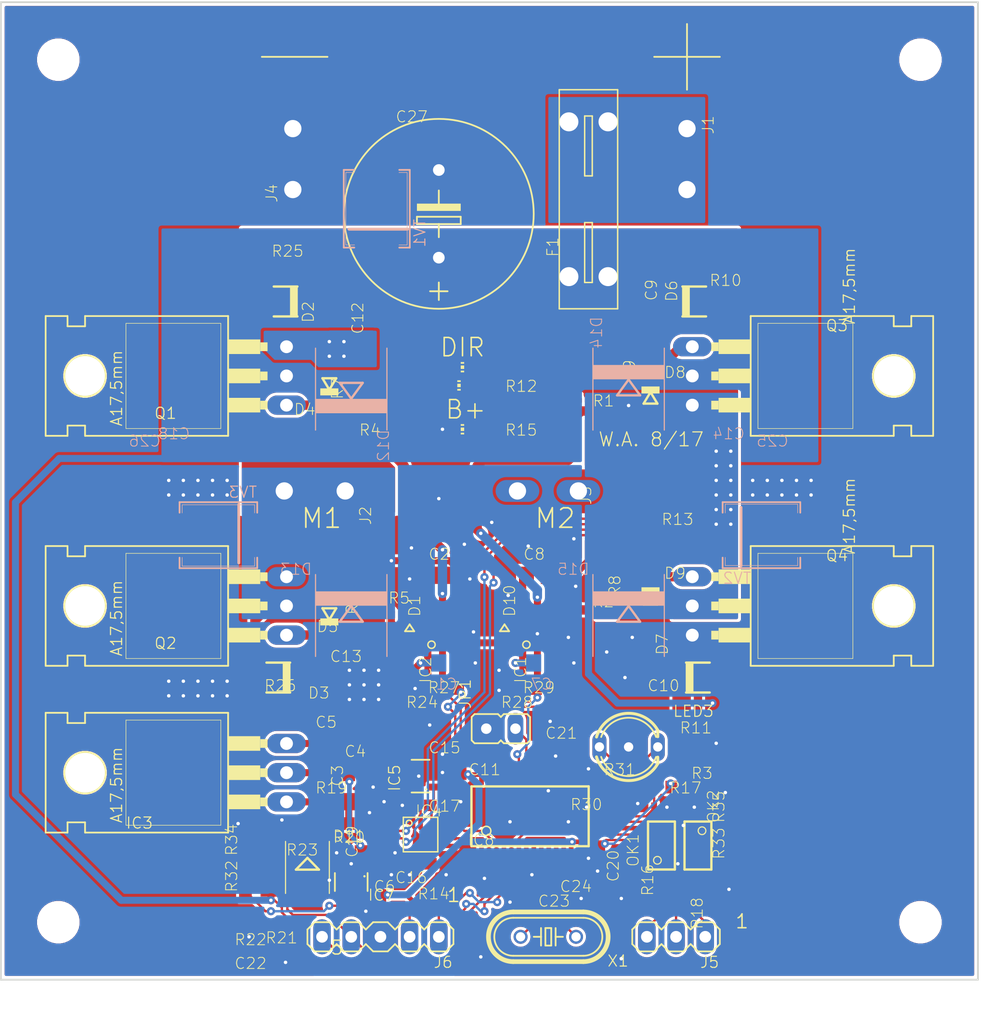
<source format=kicad_pcb>
(kicad_pcb (version 20171130) (host pcbnew "(5.0.0)")
  (layers (0 Top signal) (31 Bottom signal) (34 B.Paste user) (35 F.Paste user) (36 B.SilkS user) (37 F.SilkS user) (38 B.Mask user) (39 F.Mask user) (44 Edge.Cuts user))
  (net 0 "")
  (net 1 PE)
  (net 2 V+)
  (net 3 +12V)
  (net 4 +3V3)
  (net 5 "Net-(F1-Pad2A)")
  (net 6 "Net-(IC2-Pad5)")
  (net 7 "Net-(C12-Pad2)")
  (net 8 "Net-(C2-Pad1)")
  (net 9 "Net-(IC2-Pad3)")
  (net 10 "Net-(IC2-Pad7)")
  (net 11 "Net-(IC2-Pad2)")
  (net 12 "Net-(D4-PadC)")
  (net 13 "Net-(D5-PadC)")
  (net 14 "Net-(C12-Pad1)")
  (net 15 "Net-(C13-Pad1)")
  (net 16 "Net-(IC1-Pad5)")
  (net 17 "Net-(C8-Pad2)")
  (net 18 "Net-(C8-Pad1)")
  (net 19 "Net-(IC1-Pad3)")
  (net 20 "Net-(IC1-Pad7)")
  (net 21 "Net-(IC1-Pad2)")
  (net 22 "Net-(D8-PadC)")
  (net 23 "Net-(D9-PadC)")
  (net 24 "Net-(C9-Pad1)")
  (net 25 "Net-(C10-Pad1)")
  (net 26 "Net-(IC4-PadP2)")
  (net 27 "Net-(LED1-PadC)")
  (net 28 "Net-(LED5-PadC)")
  (net 29 "Net-(IC7-Pad4)")
  (net 30 /ISNS)
  (net 31 /VREF)
  (net 32 /RCIN)
  (net 33 "Net-(J5-Pad1)")
  (net 34 "Net-(OK1-Pad1)")
  (net 35 "Net-(OK2-Pad4)")
  (net 36 "Net-(OK2-Pad1)")
  (net 37 /RCOUT)
  (net 38 "Net-(J5-Pad3)")
  (net 39 "Net-(J5-Pad2)")
  (net 40 "Net-(C5-Pad1)")
  (net 41 "Net-(C3-Pad1)")
  (net 42 /~MCLR)
  (net 43 "Net-(IC8-Pad22)")
  (net 44 "Net-(C21-Pad1)")
  (net 45 "Net-(IC8-Pad17)")
  (net 46 "Net-(IC8-Pad16)")
  (net 47 "Net-(IC8-Pad15)")
  (net 48 "Net-(IC8-Pad14)")
  (net 49 "Net-(IC8-Pad12)")
  (net 50 "Net-(IC8-Pad11)")
  (net 51 "Net-(C24-Pad1)")
  (net 52 "Net-(C23-Pad1)")
  (net 53 /PGD)
  (net 54 /PGC)
  (net 55 /TH1)
  (net 56 /VSNS)
  (net 57 "Net-(LED3-PadAR)")
  (net 58 "Net-(LED3-PadAX)")
  (module "" (layer Top) (at 111.0011 67.5036)
    (fp_text reference @HOLE0 hide)
    (fp_text value "" (at 0 0) (layer F.SilkS) (effects (font (size 1.27 1.27))))
    (pad "" np_thru_hole circle (at 0 0) (size 3.2 3.2) (drill 3.2) (layers *.Cu))
  )
  (module "" (layer Top) (at 111.0011 142.5036)
    (fp_text reference @HOLE1 hide)
    (fp_text value "" (at 0 0) (layer F.SilkS) (effects (font (size 1.27 1.27))))
    (pad "" np_thru_hole circle (at 0 0) (size 3.2 3.2) (drill 3.2) (layers *.Cu))
  )
  (module "" (layer Top) (at 186.0011 142.5036)
    (fp_text reference @HOLE2 hide)
    (fp_text value "" (at 0 0) (layer F.SilkS) (effects (font (size 1.27 1.27))))
    (pad "" np_thru_hole circle (at 0 0) (size 3.2 3.2) (drill 3.2) (layers *.Cu))
  )
  (module "" (layer Top) (at 186.0011 67.5036)
    (fp_text reference @HOLE3 hide)
    (fp_text value "" (at 0 0) (layer F.SilkS) (effects (font (size 1.27 1.27))))
    (pad "" np_thru_hole circle (at 0 0) (size 3.2 3.2) (drill 3.2) (layers *.Cu))
  )
  (module couch-pwr-rb:C0805 (layer Bottom) (at 145.0536 119.9611)
    (fp_text reference C1 (at -1.27 1.27) (layer B.SilkS) (effects (font (size 0.9652 0.9652) (thickness 0.077216)) (justify right top mirror)))
    (fp_text value 1uF)
    (pad 2 smd rect (at 0.95 0) (size 1.3 1.5) (layers Bottom B.Paste B.Mask) (net 1 PE))
    (pad 1 smd rect (at -0.95 0) (size 1.3 1.5) (layers Bottom B.Paste B.Mask) (net 3 +12V))
  )
  (module couch-pwr-rb:C1206 (layer Top) (at 160.9286 121.2311 180)
    (fp_text reference C10 (at -1.27 -1.27) (layer F.SilkS) (effects (font (size 0.9652 0.9652) (thickness 0.077216)) (justify left bottom)))
    (fp_text value "1nF, 100V")
    (pad 2 smd rect (at 1.4 0 180) (size 1.6 1.8) (layers Top F.Paste F.Mask) (net 1 PE))
    (pad 1 smd rect (at -1.4 0 180) (size 1.6 1.8) (layers Top F.Paste F.Mask) (net 25 "Net-(C10-Pad1)"))
  )
  (module couch-pwr-rb:C1206 (layer Top) (at 135.2111 89.7986 270)
    (fp_text reference C12 (at -1.27 -1.27 90) (layer F.SilkS) (effects (font (size 0.9652 0.9652) (thickness 0.077216)) (justify right top)))
    (fp_text value "1nF, 100V")
    (pad 2 smd rect (at 1.4 0 270) (size 1.6 1.8) (layers Top F.Paste F.Mask) (net 7 "Net-(C12-Pad2)"))
    (pad 1 smd rect (at -1.4 0 270) (size 1.6 1.8) (layers Top F.Paste F.Mask) (net 14 "Net-(C12-Pad1)"))
  )
  (module couch-pwr-rb:C1206 (layer Top) (at 135.8461 121.2311)
    (fp_text reference C13 (at -1.27 -1.27) (layer F.SilkS) (effects (font (size 0.9652 0.9652) (thickness 0.077216)) (justify left bottom)))
    (fp_text value "1nF, 100V")
    (pad 2 smd rect (at 1.4 0) (size 1.6 1.8) (layers Top F.Paste F.Mask) (net 1 PE))
    (pad 1 smd rect (at -1.4 0) (size 1.6 1.8) (layers Top F.Paste F.Mask) (net 15 "Net-(C13-Pad1)"))
  )
  (module couch-pwr-rb:C0805 (layer Top) (at 144.4186 112.3411)
    (fp_text reference C2 (at -1.27 -1.27) (layer F.SilkS) (effects (font (size 0.9652 0.9652) (thickness 0.077216)) (justify left bottom)))
    (fp_text value 1uF)
    (pad 2 smd rect (at 0.95 0) (size 1.3 1.5) (layers Top F.Paste F.Mask) (net 7 "Net-(C12-Pad2)"))
    (pad 1 smd rect (at -0.95 0) (size 1.3 1.5) (layers Top F.Paste F.Mask) (net 8 "Net-(C2-Pad1)"))
  )
  (module couch-pwr-rb:C0805 (layer Bottom) (at 153.3086 119.9611)
    (fp_text reference C7 (at -1.27 1.27) (layer B.SilkS) (effects (font (size 0.9652 0.9652) (thickness 0.077216)) (justify right top mirror)))
    (fp_text value 1uF)
    (pad 2 smd rect (at 0.95 0) (size 1.3 1.5) (layers Bottom B.Paste B.Mask) (net 1 PE))
    (pad 1 smd rect (at -0.95 0) (size 1.3 1.5) (layers Bottom B.Paste B.Mask) (net 3 +12V))
  )
  (module couch-pwr-rb:C0805 (layer Top) (at 152.6736 112.3411)
    (fp_text reference C8 (at -1.27 -1.27) (layer F.SilkS) (effects (font (size 0.9652 0.9652) (thickness 0.077216)) (justify left bottom)))
    (fp_text value 1uF)
    (pad 2 smd rect (at 0.95 0) (size 1.3 1.5) (layers Top F.Paste F.Mask) (net 17 "Net-(C8-Pad2)"))
    (pad 1 smd rect (at -0.95 0) (size 1.3 1.5) (layers Top F.Paste F.Mask) (net 18 "Net-(C8-Pad1)"))
  )
  (module couch-pwr-rb:C1206 (layer Top) (at 161.8811 89.7986 270)
    (fp_text reference C9 (at -1.27 -1.27 90) (layer F.SilkS) (effects (font (size 0.9652 0.9652) (thickness 0.077216)) (justify left bottom)))
    (fp_text value "1nF, 100V")
    (pad 2 smd rect (at 1.4 0 270) (size 1.6 1.8) (layers Top F.Paste F.Mask) (net 17 "Net-(C8-Pad2)"))
    (pad 1 smd rect (at -1.4 0 270) (size 1.6 1.8) (layers Top F.Paste F.Mask) (net 24 "Net-(C9-Pad1)"))
  )
  (module couch-pwr-rb:SOD323-W (layer Top) (at 141.5611 117.1036 270)
    (fp_text reference D1 (at -1.1 -1 90) (layer F.SilkS) (effects (font (size 0.9652 0.9652) (thickness 0.077216)) (justify left bottom)))
    (fp_text value DIODE-SOD323-W)
    (pad A smd rect (at 1.45 0 270) (size 1.5 1.2) (layers Top F.Paste F.Mask) (net 3 +12V))
    (pad C smd rect (at -1.45 0 270) (size 1.5 1.2) (layers Top F.Paste F.Mask) (net 8 "Net-(C2-Pad1)"))
  )
  (module couch-pwr-rb:SOD323-W (layer Top) (at 149.8161 117.1036 270)
    (fp_text reference D10 (at -1.1 -1 90) (layer F.SilkS) (effects (font (size 0.9652 0.9652) (thickness 0.077216)) (justify left bottom)))
    (fp_text value DIODE-SOD323-W)
    (pad A smd rect (at 1.45 0 270) (size 1.5 1.2) (layers Top F.Paste F.Mask) (net 3 +12V))
    (pad C smd rect (at -1.45 0 270) (size 1.5 1.2) (layers Top F.Paste F.Mask) (net 18 "Net-(C8-Pad1)"))
  )
  (module couch-pwr-rb:SOD80C (layer Top) (at 134.5761 95.8311 90)
    (fp_text reference D4 (at -1.524 -1.143) (layer F.SilkS) (effects (font (size 0.9652 0.9652) (thickness 0.077216)) (justify right top)))
    (fp_text value 15V)
    (pad A smd rect (at 1.7 0 90) (size 1.4 1.8) (layers Top F.Paste F.Mask) (net 7 "Net-(C12-Pad2)"))
    (pad C smd rect (at -1.7 0 90) (size 1.4 1.8) (layers Top F.Paste F.Mask) (net 12 "Net-(D4-PadC)"))
  )
  (module couch-pwr-rb:SOD80C (layer Top) (at 134.5761 115.8336 90)
    (fp_text reference D5 (at -1.524 -1.143) (layer F.SilkS) (effects (font (size 0.9652 0.9652) (thickness 0.077216)) (justify left bottom)))
    (fp_text value 15V)
    (pad A smd rect (at 1.7 0 90) (size 1.4 1.8) (layers Top F.Paste F.Mask) (net 1 PE))
    (pad C smd rect (at -1.7 0 90) (size 1.4 1.8) (layers Top F.Paste F.Mask) (net 13 "Net-(D5-PadC)"))
  )
  (module couch-pwr-rb:SOD80C (layer Top) (at 162.5161 96.7836 270)
    (fp_text reference D8 (at -1.524 -1.143) (layer F.SilkS) (effects (font (size 0.9652 0.9652) (thickness 0.077216)) (justify left bottom)))
    (fp_text value 15V)
    (pad A smd rect (at 1.7 0 270) (size 1.4 1.8) (layers Top F.Paste F.Mask) (net 17 "Net-(C8-Pad2)"))
    (pad C smd rect (at -1.7 0 270) (size 1.4 1.8) (layers Top F.Paste F.Mask) (net 22 "Net-(D8-PadC)"))
  )
  (module couch-pwr-rb:SOD80C (layer Top) (at 162.5161 114.2461 270)
    (fp_text reference D9 (at -1.524 -1.143) (layer F.SilkS) (effects (font (size 0.9652 0.9652) (thickness 0.077216)) (justify left bottom)))
    (fp_text value 15V)
    (pad A smd rect (at 1.7 0 270) (size 1.4 1.8) (layers Top F.Paste F.Mask) (net 1 PE))
    (pad C smd rect (at -1.7 0 270) (size 1.4 1.8) (layers Top F.Paste F.Mask) (net 23 "Net-(D9-PadC)"))
  )
  (module couch-pwr-rb:BLADEFUSE (layer Top) (at 157.1186 79.6386 90)
    (fp_text reference F1 (at -5.08 -2.54 90) (layer F.SilkS) (effects (font (size 0.9652 0.9652) (thickness 0.077216)) (justify left bottom)))
    (fp_text value 30A)
    (pad 2B thru_hole circle (at 6.731 1.7018 90) (size 2.4765 2.4765) (drill 1.651) (layers *.Cu *.Mask) (net 5 "Net-(F1-Pad2A)"))
    (pad 2A thru_hole circle (at 6.731 -1.7018 90) (size 2.4765 2.4765) (drill 1.651) (layers *.Cu *.Mask) (net 5 "Net-(F1-Pad2A)"))
    (pad 1B thru_hole circle (at -6.731 1.7018 90) (size 2.4765 2.4765) (drill 1.651) (layers *.Cu *.Mask) (net 2 V+))
    (pad 1A thru_hole circle (at -6.731 -1.7018 90.1) (size 2.4765 2.4765) (drill 1.651) (layers *.Cu *.Mask) (net 2 V+))
  )
  (module couch-pwr-rb:SO-08 (layer Top) (at 153.3086 117.4211)
    (fp_text reference IC1 (at -2.667 1.905 90) (layer F.SilkS) (effects (font (size 0.9652 0.9652) (thickness 0.077216)) (justify right top)))
    (fp_text value IRS21867)
    (pad 5 smd rect (at 1.905 -2.6) (size 0.6 2.2) (layers Top F.Paste F.Mask) (net 16 "Net-(IC1-Pad5)"))
    (pad 6 smd rect (at 0.635 -2.6) (size 0.6 2.2) (layers Top F.Paste F.Mask) (net 17 "Net-(C8-Pad2)"))
    (pad 8 smd rect (at -1.905 -2.6) (size 0.6 2.2) (layers Top F.Paste F.Mask) (net 18 "Net-(C8-Pad1)"))
    (pad 4 smd rect (at 1.905 2.6) (size 0.6 2.2) (layers Top F.Paste F.Mask) (net 1 PE))
    (pad 3 smd rect (at 0.635 2.6) (size 0.6 2.2) (layers Top F.Paste F.Mask) (net 19 "Net-(IC1-Pad3)"))
    (pad 1 smd rect (at -1.905 2.6) (size 0.6 2.2) (layers Top F.Paste F.Mask) (net 3 +12V))
    (pad 7 smd rect (at -0.635 -2.6) (size 0.6 2.2) (layers Top F.Paste F.Mask) (net 20 "Net-(IC1-Pad7)"))
    (pad 2 smd rect (at -0.635 2.6) (size 0.6 2.2) (layers Top F.Paste F.Mask) (net 21 "Net-(IC1-Pad2)"))
  )
  (module couch-pwr-rb:SO-08 (layer Top) (at 145.0536 117.4211)
    (fp_text reference IC2 (at -2.667 1.905 90) (layer F.SilkS) (effects (font (size 0.9652 0.9652) (thickness 0.077216)) (justify right top)))
    (fp_text value IRS21867)
    (pad 5 smd rect (at 1.905 -2.6) (size 0.6 2.2) (layers Top F.Paste F.Mask) (net 6 "Net-(IC2-Pad5)"))
    (pad 6 smd rect (at 0.635 -2.6) (size 0.6 2.2) (layers Top F.Paste F.Mask) (net 7 "Net-(C12-Pad2)"))
    (pad 8 smd rect (at -1.905 -2.6) (size 0.6 2.2) (layers Top F.Paste F.Mask) (net 8 "Net-(C2-Pad1)"))
    (pad 4 smd rect (at 1.905 2.6) (size 0.6 2.2) (layers Top F.Paste F.Mask) (net 1 PE))
    (pad 3 smd rect (at 0.635 2.6) (size 0.6 2.2) (layers Top F.Paste F.Mask) (net 9 "Net-(IC2-Pad3)"))
    (pad 1 smd rect (at -1.905 2.6) (size 0.6 2.2) (layers Top F.Paste F.Mask) (net 3 +12V))
    (pad 7 smd rect (at -0.635 -2.6) (size 0.6 2.2) (layers Top F.Paste F.Mask) (net 10 "Net-(IC2-Pad7)"))
    (pad 2 smd rect (at -0.635 2.6) (size 0.6 2.2) (layers Top F.Paste F.Mask) (net 11 "Net-(IC2-Pad2)"))
  )
  (module couch-pwr-rb:62409-1 (layer Top) (at 165.6911 76.1461 270)
    (fp_text reference J1 (at -3.85 -1.27 90) (layer F.SilkS) (effects (font (size 0.9652 0.9652) (thickness 0.077216)) (justify right top)))
    (fp_text value PIN262409-1)
    (pad A2 thru_hole oval (at 2.65 0 270) (size 3.8 1.9) (drill 1.5) (layers *.Cu *.Mask) (net 5 "Net-(F1-Pad2A)"))
    (pad A1 thru_hole oval (at -2.65 0 270) (size 3.8 1.9) (drill 1.5) (layers *.Cu *.Mask) (net 5 "Net-(F1-Pad2A)"))
  )
  (module couch-pwr-rb:62409-1 (layer Top) (at 133.3061 105.0036 180)
    (fp_text reference J2 (at -3.85 -1.27 90) (layer F.SilkS) (effects (font (size 0.9652 0.9652) (thickness 0.077216)) (justify right top)))
    (fp_text value PIN262409-1)
    (pad A2 thru_hole oval (at 2.65 0 180) (size 3.8 1.9) (drill 1.5) (layers *.Cu *.Mask) (net 7 "Net-(C12-Pad2)"))
    (pad A1 thru_hole oval (at -2.65 0 180) (size 3.8 1.9) (drill 1.5) (layers *.Cu *.Mask) (net 7 "Net-(C12-Pad2)"))
  )
  (module couch-pwr-rb:62409-1 (layer Top) (at 153.5911 105.0036 180)
    (fp_text reference J3 (at -3.85 -1.27 90) (layer F.SilkS) (effects (font (size 0.9652 0.9652) (thickness 0.077216)) (justify left bottom)))
    (fp_text value PIN262409-1)
    (pad A2 thru_hole oval (at 2.65 0 180) (size 3.8 1.9) (drill 1.5) (layers *.Cu *.Mask) (net 26 "Net-(IC4-PadP2)"))
    (pad A1 thru_hole oval (at -2.65 0 180) (size 3.8 1.9) (drill 1.5) (layers *.Cu *.Mask) (net 26 "Net-(IC4-PadP2)"))
  )
  (module couch-pwr-rb:62409-1 (layer Top) (at 131.4011 76.1461 90)
    (fp_text reference J4 (at -3.85 -1.27 90) (layer F.SilkS) (effects (font (size 0.9652 0.9652) (thickness 0.077216)) (justify left bottom)))
    (fp_text value PIN262409-1)
    (pad A2 thru_hole oval (at 2.65 0 90) (size 3.8 1.9) (drill 1.5) (layers *.Cu *.Mask) (net 1 PE))
    (pad A1 thru_hole oval (at -2.65 0 90) (size 3.8 1.9) (drill 1.5) (layers *.Cu *.Mask) (net 1 PE))
  )
  (module couch-pwr-rb:CHIP-LED0603 (layer Top) (at 146.0061 94.2436 270)
    (fp_text reference LED1 hide)
    (fp_text value LEDCHIP-LED0603)
    (pad A smd rect (at 0 0.75 270) (size 0.8 0.8) (layers Top F.Paste F.Mask) (net 7 "Net-(C12-Pad2)"))
    (pad C smd rect (at 0 -0.75 270) (size 0.8 0.8) (layers Top F.Paste F.Mask) (net 27 "Net-(LED1-PadC)"))
  )
  (module couch-pwr-rb:CHIP-LED0603 (layer Top) (at 146.0061 95.8311 90)
    (fp_text reference LED2 hide)
    (fp_text value LEDCHIP-LED0603)
    (pad A smd rect (at 0 0.75 90) (size 0.8 0.8) (layers Top F.Paste F.Mask) (net 27 "Net-(LED1-PadC)"))
    (pad C smd rect (at 0 -0.75 90) (size 0.8 0.8) (layers Top F.Paste F.Mask) (net 7 "Net-(C12-Pad2)"))
  )
  (module couch-pwr-rb:CHIP-LED0603 (layer Top) (at 146.0061 99.6411 270)
    (fp_text reference LED5 hide)
    (fp_text value LEDCHIP-LED0603)
    (pad A smd rect (at 0 0.75 270) (size 0.8 0.8) (layers Top F.Paste F.Mask) (net 2 V+))
    (pad C smd rect (at 0 -0.75 270) (size 0.8 0.8) (layers Top F.Paste F.Mask) (net 28 "Net-(LED5-PadC)"))
  )
  (module couch-pwr-rb:TO220BH (layer Top) (at 124.5011 95.0036 90)
    (fp_text reference Q1 (at -3.81 -5.207) (layer F.SilkS) (effects (font (size 0.9652 0.9652) (thickness 0.09652)) (justify left bottom)))
    (fp_text value PMOSFET_NTO220BH)
    (fp_text user A17,5mm (at -4.445 -7.874 90) (layer F.SilkS) (effects (font (size 0.9652 0.9652) (thickness 0.1016)) (justify left bottom)))
    (pad "" np_thru_hole circle (at 0 -11.176 90) (size 3.302 3.302) (drill 3.302) (layers *.Cu))
    (pad S thru_hole oval (at 2.54 6.35 180) (size 3.3528 1.6764) (drill 1.1176) (layers *.Cu *.Mask) (net 7 "Net-(C12-Pad2)"))
    (pad D thru_hole oval (at 0 6.35 180) (size 3.3528 1.6764) (drill 1.1176) (layers *.Cu *.Mask) (net 2 V+))
    (pad G thru_hole oval (at -2.54 6.35 180) (size 3.3528 1.6764) (drill 1.1176) (layers *.Cu *.Mask) (net 12 "Net-(D4-PadC)"))
  )
  (module couch-pwr-rb:TO220BH (layer Top) (at 124.5011 115.0036 90)
    (fp_text reference Q2 (at -3.81 -5.207) (layer F.SilkS) (effects (font (size 0.9652 0.9652) (thickness 0.09652)) (justify left bottom)))
    (fp_text value PMOSFET_NTO220BH)
    (fp_text user A17,5mm (at -4.445 -7.874 90) (layer F.SilkS) (effects (font (size 0.9652 0.9652) (thickness 0.1016)) (justify left bottom)))
    (pad "" np_thru_hole circle (at 0 -11.176 90) (size 3.302 3.302) (drill 3.302) (layers *.Cu))
    (pad S thru_hole oval (at 2.54 6.35 180) (size 3.3528 1.6764) (drill 1.1176) (layers *.Cu *.Mask) (net 1 PE))
    (pad D thru_hole oval (at 0 6.35 180) (size 3.3528 1.6764) (drill 1.1176) (layers *.Cu *.Mask) (net 7 "Net-(C12-Pad2)"))
    (pad G thru_hole oval (at -2.54 6.35 180) (size 3.3528 1.6764) (drill 1.1176) (layers *.Cu *.Mask) (net 13 "Net-(D5-PadC)"))
  )
  (module couch-pwr-rb:TO220BH (layer Top) (at 172.5011 95.0036 270)
    (fp_text reference Q3 (at -3.81 -5.207) (layer F.SilkS) (effects (font (size 0.9652 0.9652) (thickness 0.09652)) (justify left bottom)))
    (fp_text value PMOSFET_NTO220BH)
    (fp_text user A17,5mm (at -4.445 -7.874 270) (layer F.SilkS) (effects (font (size 0.9652 0.9652) (thickness 0.1016)) (justify left bottom)))
    (pad "" np_thru_hole circle (at 0 -11.176 270) (size 3.302 3.302) (drill 3.302) (layers *.Cu))
    (pad S thru_hole oval (at 2.54 6.35) (size 3.3528 1.6764) (drill 1.1176) (layers *.Cu *.Mask) (net 17 "Net-(C8-Pad2)"))
    (pad D thru_hole oval (at 0 6.35) (size 3.3528 1.6764) (drill 1.1176) (layers *.Cu *.Mask) (net 2 V+))
    (pad G thru_hole oval (at -2.54 6.35) (size 3.3528 1.6764) (drill 1.1176) (layers *.Cu *.Mask) (net 22 "Net-(D8-PadC)"))
  )
  (module couch-pwr-rb:TO220BH (layer Top) (at 172.5011 115.0036 270)
    (fp_text reference Q4 (at -3.81 -5.207) (layer F.SilkS) (effects (font (size 0.9652 0.9652) (thickness 0.09652)) (justify left bottom)))
    (fp_text value PMOSFET_NTO220BH)
    (fp_text user A17,5mm (at -4.445 -7.874 270) (layer F.SilkS) (effects (font (size 0.9652 0.9652) (thickness 0.1016)) (justify left bottom)))
    (pad "" np_thru_hole circle (at 0 -11.176 270) (size 3.302 3.302) (drill 3.302) (layers *.Cu))
    (pad S thru_hole oval (at 2.54 6.35) (size 3.3528 1.6764) (drill 1.1176) (layers *.Cu *.Mask) (net 1 PE))
    (pad D thru_hole oval (at 0 6.35) (size 3.3528 1.6764) (drill 1.1176) (layers *.Cu *.Mask) (net 17 "Net-(C8-Pad2)"))
    (pad G thru_hole oval (at -2.54 6.35) (size 3.3528 1.6764) (drill 1.1176) (layers *.Cu *.Mask) (net 23 "Net-(D9-PadC)"))
  )
  (module couch-pwr-rb:R1206 (layer Top) (at 158.7061 96.4661 90)
    (fp_text reference R1 (at -1.27 -1.27) (layer F.SilkS) (effects (font (size 0.9652 0.9652) (thickness 0.077216)) (justify left bottom)))
    (fp_text value 6.8)
    (pad 1 smd rect (at -1.422 0 90) (size 1.6 1.803) (layers Top F.Paste F.Mask) (net 20 "Net-(IC1-Pad7)"))
    (pad 2 smd rect (at 1.422 0 90) (size 1.6 1.803) (layers Top F.Paste F.Mask) (net 22 "Net-(D8-PadC)"))
  )
  (module couch-pwr-rb:R1206 (layer Top) (at 166.3261 85.9886 180)
    (fp_text reference R10 (at -1.27 -1.27) (layer F.SilkS) (effects (font (size 0.9652 0.9652) (thickness 0.077216)) (justify left bottom)))
    (fp_text value 2.2)
    (pad 1 smd rect (at -1.422 0 180) (size 1.6 1.803) (layers Top F.Paste F.Mask) (net 2 V+))
    (pad 2 smd rect (at 1.422 0 180) (size 1.6 1.803) (layers Top F.Paste F.Mask) (net 24 "Net-(C9-Pad1)"))
  )
  (module couch-pwr-rb:R1206 (layer Top) (at 166.6436 123.7711 180)
    (fp_text reference R11 (at -1.27 -1.27) (layer F.SilkS) (effects (font (size 0.9652 0.9652) (thickness 0.077216)) (justify right top)))
    (fp_text value 2.2)
    (pad 1 smd rect (at -1.422 0 180) (size 1.6 1.803) (layers Top F.Paste F.Mask) (net 17 "Net-(C8-Pad2)"))
    (pad 2 smd rect (at 1.422 0 180) (size 1.6 1.803) (layers Top F.Paste F.Mask) (net 25 "Net-(C10-Pad1)"))
  )
  (module couch-pwr-rb:R0603 (layer Top) (at 149.1811 95.8311 180)
    (fp_text reference R12 (at -0.635 -0.635) (layer F.SilkS) (effects (font (size 0.9652 0.9652) (thickness 0.077216)) (justify left bottom)))
    (fp_text value 27k)
    (pad 2 smd rect (at 0.85 0 180) (size 1 1.1) (layers Top F.Paste F.Mask) (net 27 "Net-(LED1-PadC)"))
    (pad 1 smd rect (at -0.85 0 180) (size 1 1.1) (layers Top F.Paste F.Mask) (net 17 "Net-(C8-Pad2)"))
  )
  (module couch-pwr-rb:R0603 (layer Top) (at 149.1811 99.6411 180)
    (fp_text reference R15 (at -0.635 -0.635) (layer F.SilkS) (effects (font (size 0.9652 0.9652) (thickness 0.077216)) (justify left bottom)))
    (fp_text value 27k)
    (pad 2 smd rect (at 0.85 0 180) (size 1 1.1) (layers Top F.Paste F.Mask) (net 28 "Net-(LED5-PadC)"))
    (pad 1 smd rect (at -0.85 0 180) (size 1 1.1) (layers Top F.Paste F.Mask) (net 1 PE))
  )
  (module couch-pwr-rb:R1206 (layer Top) (at 158.7061 113.9286 90)
    (fp_text reference R2 (at -1.27 -1.27) (layer F.SilkS) (effects (font (size 0.9652 0.9652) (thickness 0.077216)) (justify left bottom)))
    (fp_text value 6.8)
    (pad 1 smd rect (at -1.422 0 90) (size 1.6 1.803) (layers Top F.Paste F.Mask) (net 16 "Net-(IC1-Pad5)"))
    (pad 2 smd rect (at 1.422 0 90) (size 1.6 1.803) (layers Top F.Paste F.Mask) (net 23 "Net-(D9-PadC)"))
  )
  (module couch-pwr-rb:R1206 (layer Top) (at 130.7661 85.9886)
    (fp_text reference R25 (at -1.27 -1.27) (layer F.SilkS) (effects (font (size 0.9652 0.9652) (thickness 0.077216)) (justify left bottom)))
    (fp_text value 2.2)
    (pad 1 smd rect (at -1.422 0) (size 1.6 1.803) (layers Top F.Paste F.Mask) (net 2 V+))
    (pad 2 smd rect (at 1.422 0) (size 1.6 1.803) (layers Top F.Paste F.Mask) (net 14 "Net-(C12-Pad1)"))
  )
  (module couch-pwr-rb:R1206 (layer Top) (at 130.1311 123.7711)
    (fp_text reference R26 (at -1.27 -1.27) (layer F.SilkS) (effects (font (size 0.9652 0.9652) (thickness 0.077216)) (justify left bottom)))
    (fp_text value 2.2)
    (pad 1 smd rect (at -1.422 0) (size 1.6 1.803) (layers Top F.Paste F.Mask) (net 7 "Net-(C12-Pad2)"))
    (pad 2 smd rect (at 1.422 0) (size 1.6 1.803) (layers Top F.Paste F.Mask) (net 15 "Net-(C13-Pad1)"))
  )
  (module couch-pwr-rb:R1206 (layer Top) (at 138.3861 99.0061 90)
    (fp_text reference R4 (at -1.27 -1.27) (layer F.SilkS) (effects (font (size 0.9652 0.9652) (thickness 0.077216)) (justify left bottom)))
    (fp_text value 6.8)
    (pad 1 smd rect (at -1.422 0 90) (size 1.6 1.803) (layers Top F.Paste F.Mask) (net 10 "Net-(IC2-Pad7)"))
    (pad 2 smd rect (at 1.422 0 90) (size 1.6 1.803) (layers Top F.Paste F.Mask) (net 12 "Net-(D4-PadC)"))
  )
  (module couch-pwr-rb:R1206 (layer Top) (at 138.3861 116.1511 270)
    (fp_text reference R5 (at -1.27 -1.27) (layer F.SilkS) (effects (font (size 0.9652 0.9652) (thickness 0.077216)) (justify left bottom)))
    (fp_text value 6.8)
    (pad 1 smd rect (at -1.422 0 270) (size 1.6 1.803) (layers Top F.Paste F.Mask) (net 6 "Net-(IC2-Pad5)"))
    (pad 2 smd rect (at 1.422 0 270) (size 1.6 1.803) (layers Top F.Paste F.Mask) (net 13 "Net-(D5-PadC)"))
  )
  (module couch-pwr-rb:R0603 (layer Top) (at 136.4811 116.4686 270)
    (fp_text reference R6 (at -0.635 -0.635 90) (layer F.SilkS) (effects (font (size 0.9652 0.9652) (thickness 0.077216)) (justify left bottom)))
    (fp_text value 2.7k)
    (pad 2 smd rect (at 0.85 0 270) (size 1 1.1) (layers Top F.Paste F.Mask) (net 13 "Net-(D5-PadC)"))
    (pad 1 smd rect (at -0.85 0 270) (size 1 1.1) (layers Top F.Paste F.Mask) (net 1 PE))
  )
  (module couch-pwr-rb:R0603 (layer Top) (at 136.4811 96.4661 90)
    (fp_text reference R7 (at -0.635 -0.635 90) (layer F.SilkS) (effects (font (size 0.9652 0.9652) (thickness 0.077216)) (justify left bottom)))
    (fp_text value 2.7k)
    (pad 2 smd rect (at 0.85 0 90) (size 1 1.1) (layers Top F.Paste F.Mask) (net 7 "Net-(C12-Pad2)"))
    (pad 1 smd rect (at -0.85 0 90) (size 1 1.1) (layers Top F.Paste F.Mask) (net 12 "Net-(D4-PadC)"))
  )
  (module couch-pwr-rb:R0603 (layer Top) (at 160.6111 113.6111 90)
    (fp_text reference R8 (at -0.635 -0.635 90) (layer F.SilkS) (effects (font (size 0.9652 0.9652) (thickness 0.077216)) (justify left bottom)))
    (fp_text value 2.7k)
    (pad 2 smd rect (at 0.85 0 90) (size 1 1.1) (layers Top F.Paste F.Mask) (net 23 "Net-(D9-PadC)"))
    (pad 1 smd rect (at -0.85 0 90) (size 1 1.1) (layers Top F.Paste F.Mask) (net 1 PE))
  )
  (module couch-pwr-rb:R0603 (layer Top) (at 160.6111 96.1486 270)
    (fp_text reference R9 (at -0.635 -0.635 90) (layer F.SilkS) (effects (font (size 0.9652 0.9652) (thickness 0.077216)) (justify left bottom)))
    (fp_text value 2.7k)
    (pad 2 smd rect (at 0.85 0 270) (size 1 1.1) (layers Top F.Paste F.Mask) (net 17 "Net-(C8-Pad2)"))
    (pad 1 smd rect (at -0.85 0 270) (size 1 1.1) (layers Top F.Paste F.Mask) (net 22 "Net-(D8-PadC)"))
  )
  (module couch-pwr-rb:E7,5-16 (layer Top) (at 144.1011 80.9086 90)
    (fp_text reference C27 (at 7.874 -3.81) (layer F.SilkS) (effects (font (size 0.9652 0.9652) (thickness 0.077216)) (justify left bottom)))
    (fp_text value 470uF)
    (pad + thru_hole circle (at -3.81 0 90) (size 3.1496 3.1496) (drill 1.016) (layers *.Cu *.Mask) (net 2 V+))
    (pad - thru_hole circle (at 3.81 0 90) (size 3.1496 3.1496) (drill 1.016) (layers *.Cu *.Mask) (net 1 PE))
  )
  (module couch-pwr-rb:C1210 (layer Bottom) (at 172.6761 102.4986 270)
    (fp_text reference C14 (at -1.905 1.905 180) (layer B.SilkS) (effects (font (size 0.9652 0.9652) (thickness 0.077216)) (justify left bottom mirror)))
    (fp_text value "4.7uF GRM32ER71K475KE14L")
    (pad 2 smd rect (at 1.4 0 270) (size 1.6 2.7) (layers Bottom B.Paste B.Mask) (net 1 PE))
    (pad 1 smd rect (at -1.4 0 270) (size 1.6 2.7) (layers Bottom B.Paste B.Mask) (net 2 V+))
  )
  (module couch-pwr-rb:C1210 (layer Bottom) (at 124.4161 102.4986 270)
    (fp_text reference C18 (at -1.905 1.905 180) (layer B.SilkS) (effects (font (size 0.9652 0.9652) (thickness 0.077216)) (justify left bottom mirror)))
    (fp_text value 4.7uF)
    (pad 2 smd rect (at 1.4 0 270) (size 1.6 2.7) (layers Bottom B.Paste B.Mask) (net 1 PE))
    (pad 1 smd rect (at -1.4 0 270) (size 1.6 2.7) (layers Bottom B.Paste B.Mask) (net 2 V+))
  )
  (module couch-pwr-rb:SOT23-5 (layer Top) (at 136.4811 139.0111 180)
    (fp_text reference IC7 (at -1.397 -1.702) (layer F.SilkS) (effects (font (size 0.9652 0.9652) (thickness 0.09652)) (justify left bottom)))
    (fp_text value AP2204K-3.3)
    (pad 5 smd rect (at -0.95 -1.15 180) (size 0.6 0.9) (layers Top F.Paste F.Mask) (net 4 +3V3))
    (pad 4 smd rect (at 0.95 -1.15 180) (size 0.6 0.9) (layers Top F.Paste F.Mask) (net 29 "Net-(IC7-Pad4)"))
    (pad 3 smd rect (at 0.95 1.15 180) (size 0.6 0.9) (layers Top F.Paste F.Mask) (net 3 +12V))
    (pad 2 smd rect (at 0 1.15 180) (size 0.6 0.9) (layers Top F.Paste F.Mask) (net 1 PE))
    (pad 1 smd rect (at -0.95 1.15 180) (size 0.6 0.9) (layers Top F.Paste F.Mask) (net 3 +12V))
  )
  (module couch-pwr-rb:C0603 (layer Top) (at 136.4811 136.31235 180)
    (fp_text reference C19 (at -0.635 -0.635 90) (layer F.SilkS) (effects (font (size 0.9652 0.9652) (thickness 0.077216)) (justify left bottom)))
    (fp_text value 1uF)
    (pad 2 smd rect (at 0.85 0 180) (size 1.1 1) (layers Top F.Paste F.Mask) (net 1 PE))
    (pad 1 smd rect (at -0.85 0 180) (size 1.1 1) (layers Top F.Paste F.Mask) (net 3 +12V))
  )
  (module couch-pwr-rb:DO-214AC (layer Top) (at 130.7661 88.5286 180)
    (fp_text reference D2 (at -2.54 -1.905 90) (layer F.SilkS) (effects (font (size 0.9652 0.9652) (thickness 0.077216)) (justify left bottom)))
    (fp_text value DNP)
    (pad A smd rect (at 2.025 0) (size 1.8 2.4) (layers Top F.Paste F.Mask) (net 2 V+))
    (pad C smd rect (at -2.025 0 180) (size 1.8 2.4) (layers Top F.Paste F.Mask) (net 14 "Net-(C12-Pad1)"))
  )
  (module couch-pwr-rb:DO-214AC (layer Top) (at 130.1311 121.2311 180)
    (fp_text reference D3 (at -2.54 -1.905) (layer F.SilkS) (effects (font (size 0.9652 0.9652) (thickness 0.077216)) (justify left bottom)))
    (fp_text value DNP)
    (pad A smd rect (at 2.025 0) (size 1.8 2.4) (layers Top F.Paste F.Mask) (net 7 "Net-(C12-Pad2)"))
    (pad C smd rect (at -2.025 0 180) (size 1.8 2.4) (layers Top F.Paste F.Mask) (net 15 "Net-(C13-Pad1)"))
  )
  (module couch-pwr-rb:DO-214AC (layer Top) (at 166.3261 88.5286)
    (fp_text reference D6 (at -2.54 -1.905 90) (layer F.SilkS) (effects (font (size 0.9652 0.9652) (thickness 0.077216)) (justify right top)))
    (fp_text value DNP)
    (pad A smd rect (at 2.025 0 180) (size 1.8 2.4) (layers Top F.Paste F.Mask) (net 2 V+))
    (pad C smd rect (at -2.025 0) (size 1.8 2.4) (layers Top F.Paste F.Mask) (net 24 "Net-(C9-Pad1)"))
  )
  (module couch-pwr-rb:DO-214AC (layer Top) (at 166.6436 121.2311)
    (fp_text reference D7 (at -2.54 -1.905 90) (layer F.SilkS) (effects (font (size 0.9652 0.9652) (thickness 0.077216)) (justify left bottom)))
    (fp_text value DNP)
    (pad A smd rect (at 2.025 0 180) (size 1.8 2.4) (layers Top F.Paste F.Mask) (net 17 "Net-(C8-Pad2)"))
    (pad C smd rect (at -2.025 0) (size 1.8 2.4) (layers Top F.Paste F.Mask) (net 25 "Net-(C10-Pad1)"))
  )
  (module couch-pwr-rb:VSSOP-8 (layer Top) (at 142.5136 134.8836 270)
    (fp_text reference IC4 (at -1.5 0.5) (layer F.SilkS) (effects (font (size 0.9652 0.9652) (thickness 0.077216)) (justify left bottom)))
    (fp_text value INA240 hide)
    (pad P8 smd rect (at -0.975 -2.5) (size 1.27 0.35) (layers Top F.Paste F.Mask) (net 30 /ISNS))
    (pad P7 smd rect (at -0.325 -2.5) (size 1.27 0.35) (layers Top F.Paste F.Mask) (net 31 /VREF))
    (pad P6 smd rect (at 0.325 -2.5) (size 1.27 0.35) (layers Top F.Paste F.Mask) (net 31 /VREF))
    (pad P5 smd rect (at 0.975 -2.5) (size 1.27 0.35) (layers Top F.Paste F.Mask) (net 4 +3V3))
    (pad P4 smd rect (at 0.975 2.5) (size 1.27 0.35) (layers Top F.Paste F.Mask) (net 1 PE))
    (pad P3 smd rect (at 0.325 2.5) (size 1.27 0.35) (layers Top F.Paste F.Mask) (net 17 "Net-(C8-Pad2)"))
    (pad P2 smd rect (at -0.325 2.5) (size 1.27 0.35) (layers Top F.Paste F.Mask) (net 26 "Net-(IC4-PadP2)"))
    (pad P1 smd rect (at -0.975 2.5) (size 1.27 0.35) (layers Top F.Paste F.Mask))
  )
  (module couch-pwr-rb:MINI-FLAT-4 (layer Top) (at 163.4686 135.8361 90)
    (fp_text reference OK1 (at -1.905 -1.905 90) (layer F.SilkS) (effects (font (size 0.9652 0.9652) (thickness 0.077216)) (justify left bottom)))
    (fp_text value VOS617A)
    (pad 4 smd rect (at 3.24 -0.635 270) (size 1 0.5) (layers Top F.Paste F.Mask) (net 32 /RCIN))
    (pad 3 smd rect (at 3.24 0.635 270) (size 1 0.5) (layers Top F.Paste F.Mask) (net 1 PE))
    (pad 2 smd rect (at -3.24 0.635 90) (size 1 0.5) (layers Top F.Paste F.Mask) (net 33 "Net-(J5-Pad1)"))
    (pad 1 smd rect (at -3.24 -0.635 90) (size 1 0.5) (layers Top F.Paste F.Mask) (net 34 "Net-(OK1-Pad1)"))
  )
  (module couch-pwr-rb:MINI-FLAT-4 (layer Top) (at 166.6436 135.8361 270)
    (fp_text reference OK2 (at -1.905 -1.905 90) (layer F.SilkS) (effects (font (size 0.9652 0.9652) (thickness 0.077216)) (justify left bottom)))
    (fp_text value VOS617A)
    (pad 4 smd rect (at 3.24 -0.635 90) (size 1 0.5) (layers Top F.Paste F.Mask) (net 35 "Net-(OK2-Pad4)"))
    (pad 3 smd rect (at 3.24 0.635 90) (size 1 0.5) (layers Top F.Paste F.Mask) (net 33 "Net-(J5-Pad1)"))
    (pad 2 smd rect (at -3.24 0.635 270) (size 1 0.5) (layers Top F.Paste F.Mask) (net 1 PE))
    (pad 1 smd rect (at -3.24 -0.635 270) (size 1 0.5) (layers Top F.Paste F.Mask) (net 36 "Net-(OK2-Pad1)"))
  )
  (module couch-pwr-rb:R0603 (layer Top) (at 166.6436 130.7561)
    (fp_text reference R3 (at -0.635 -0.635) (layer F.SilkS) (effects (font (size 0.9652 0.9652) (thickness 0.077216)) (justify left bottom)))
    (fp_text value 270)
    (pad 2 smd rect (at 0.85 0) (size 1 1.1) (layers Top F.Paste F.Mask) (net 36 "Net-(OK2-Pad1)"))
    (pad 1 smd rect (at -0.85 0) (size 1 1.1) (layers Top F.Paste F.Mask) (net 37 /RCOUT))
  )
  (module couch-pwr-rb:R0603 (layer Top) (at 163.4686 140.9161)
    (fp_text reference R16 (at -0.635 -0.635 90) (layer F.SilkS) (effects (font (size 0.9652 0.9652) (thickness 0.077216)) (justify left bottom)))
    (fp_text value 270)
    (pad 2 smd rect (at 0.85 0) (size 1 1.1) (layers Top F.Paste F.Mask) (net 38 "Net-(J5-Pad3)"))
    (pad 1 smd rect (at -0.85 0) (size 1 1.1) (layers Top F.Paste F.Mask) (net 34 "Net-(OK1-Pad1)"))
  )
  (module couch-pwr-rb:R0603 (layer Top) (at 163.4686 130.7561 180)
    (fp_text reference R17 (at -0.635 -0.635) (layer F.SilkS) (effects (font (size 0.9652 0.9652) (thickness 0.077216)) (justify left bottom)))
    (fp_text value 2k)
    (pad 2 smd rect (at 0.85 0 180) (size 1 1.1) (layers Top F.Paste F.Mask) (net 32 /RCIN))
    (pad 1 smd rect (at -0.85 0 180) (size 1 1.1) (layers Top F.Paste F.Mask) (net 4 +3V3))
  )
  (module couch-pwr-rb:MA03-1 (layer Top) (at 164.7386 143.7736 180)
    (fp_text reference J5 (at -3.81 -1.651) (layer F.SilkS) (effects (font (size 0.9652 0.9652) (thickness 0.09652)) (justify right top)))
    (fp_text value MA03-1)
    (fp_text user 1 (at -5.08 0.635 180) (layer F.SilkS) (effects (font (size 1.2065 1.2065) (thickness 0.127)) (justify left bottom)))
    (pad 3 thru_hole oval (at 2.54 0 270) (size 3.048 1.524) (drill 1.016) (layers *.Cu *.Mask) (net 38 "Net-(J5-Pad3)"))
    (pad 2 thru_hole oval (at 0 0 270) (size 3.048 1.524) (drill 1.016) (layers *.Cu *.Mask) (net 39 "Net-(J5-Pad2)"))
    (pad 1 thru_hole oval (at -2.54 0 270) (size 3.048 1.524) (drill 1.016) (layers *.Cu *.Mask) (net 33 "Net-(J5-Pad1)"))
  )
  (module couch-pwr-rb:TO220BH (layer Top) (at 120.6911 129.5036 90)
    (fp_text reference IC3 (at -3.81 -1.397) (layer F.SilkS) (effects (font (size 0.9652 0.9652) (thickness 0.09652)) (justify right top)))
    (fp_text value LM317TLBH)
    (fp_text user A17,5mm (at -4.445 -4.064 90) (layer F.SilkS) (effects (font (size 0.9652 0.9652) (thickness 0.1016)) (justify left bottom)))
    (pad "" np_thru_hole circle (at 0 -7.366 90) (size 3.302 3.302) (drill 3.302) (layers *.Cu))
    (pad S thru_hole oval (at 2.54 10.16 180) (size 3.3528 1.6764) (drill 1.1176) (layers *.Cu *.Mask) (net 40 "Net-(C5-Pad1)"))
    (pad D thru_hole oval (at 0 10.16 180) (size 3.3528 1.6764) (drill 1.1176) (layers *.Cu *.Mask) (net 3 +12V))
    (pad G thru_hole oval (at -2.54 10.16 180) (size 3.3528 1.6764) (drill 1.1176) (layers *.Cu *.Mask) (net 41 "Net-(C3-Pad1)"))
  )
  (module couch-pwr-rb:R0603 (layer Top) (at 166.6436 140.9161)
    (fp_text reference R18 (at -0.635 -0.635 90) (layer F.SilkS) (effects (font (size 0.9652 0.9652) (thickness 0.077216)) (justify right top)))
    (fp_text value 75)
    (pad 2 smd rect (at 0.85 0) (size 1 1.1) (layers Top F.Paste F.Mask) (net 35 "Net-(OK2-Pad4)"))
    (pad 1 smd rect (at -0.85 0) (size 1 1.1) (layers Top F.Paste F.Mask) (net 39 "Net-(J5-Pad2)"))
  )
  (module couch-pwr-rb:R0603 (layer Top) (at 133.9411 130.7561 90)
    (fp_text reference R19 (at -0.635 -0.635) (layer F.SilkS) (effects (font (size 0.9652 0.9652) (thickness 0.077216)) (justify left bottom)))
    (fp_text value 270)
    (pad 2 smd rect (at 0.85 0 90) (size 1 1.1) (layers Top F.Paste F.Mask) (net 3 +12V))
    (pad 1 smd rect (at -0.85 0 90) (size 1 1.1) (layers Top F.Paste F.Mask) (net 41 "Net-(C3-Pad1)"))
  )
  (module couch-pwr-rb:R0603 (layer Top) (at 137.1161 133.9311 180)
    (fp_text reference R20 (at -0.635 -0.635) (layer F.SilkS) (effects (font (size 0.9652 0.9652) (thickness 0.077216)) (justify right top)))
    (fp_text value 2.2k)
    (pad 2 smd rect (at 0.85 0 180) (size 1 1.1) (layers Top F.Paste F.Mask) (net 41 "Net-(C3-Pad1)"))
    (pad 1 smd rect (at -0.85 0 180) (size 1 1.1) (layers Top F.Paste F.Mask) (net 1 PE))
  )
  (module couch-pwr-rb:C0805 (layer Top) (at 137.1161 132.0261)
    (fp_text reference C3 (at -1.27 -1.27 90) (layer F.SilkS) (effects (font (size 0.9652 0.9652) (thickness 0.077216)) (justify left bottom)))
    (fp_text value 1uF)
    (pad 2 smd rect (at 0.95 0) (size 1.3 1.5) (layers Top F.Paste F.Mask) (net 1 PE))
    (pad 1 smd rect (at -0.95 0) (size 1.3 1.5) (layers Top F.Paste F.Mask) (net 41 "Net-(C3-Pad1)"))
  )
  (module couch-pwr-rb:C0805 (layer Top) (at 137.1161 129.4861)
    (fp_text reference C4 (at -1.27 -1.27) (layer F.SilkS) (effects (font (size 0.9652 0.9652) (thickness 0.077216)) (justify left bottom)))
    (fp_text value 1uF)
    (pad 2 smd rect (at 0.95 0) (size 1.3 1.5) (layers Top F.Paste F.Mask) (net 1 PE))
    (pad 1 smd rect (at -0.95 0) (size 1.3 1.5) (layers Top F.Paste F.Mask) (net 3 +12V))
  )
  (module couch-pwr-rb:C0603 (layer Top) (at 142.5136 127.2636 180)
    (fp_text reference C15 (at -0.635 -0.635) (layer F.SilkS) (effects (font (size 0.9652 0.9652) (thickness 0.077216)) (justify left bottom)))
    (fp_text value 100nF)
    (pad 2 smd rect (at 0.85 0 180) (size 1.1 1) (layers Top F.Paste F.Mask) (net 4 +3V3))
    (pad 1 smd rect (at -0.85 0 180) (size 1.1 1) (layers Top F.Paste F.Mask) (net 1 PE))
  )
  (module couch-pwr-rb:C0603 (layer Top) (at 142.5136 137.4236 180)
    (fp_text reference C16 (at -0.635 -0.635) (layer F.SilkS) (effects (font (size 0.9652 0.9652) (thickness 0.077216)) (justify right top)))
    (fp_text value 100nF)
    (pad 2 smd rect (at 0.85 0 180) (size 1.1 1) (layers Top F.Paste F.Mask) (net 1 PE))
    (pad 1 smd rect (at -0.85 0 180) (size 1.1 1) (layers Top F.Paste F.Mask) (net 4 +3V3))
  )
  (module couch-pwr-rb:C0603 (layer Top) (at 142.5136 132.3436 180)
    (fp_text reference C17 (at -0.635 -0.635) (layer F.SilkS) (effects (font (size 0.9652 0.9652) (thickness 0.077216)) (justify left bottom)))
    (fp_text value DNP)
    (pad 2 smd rect (at 0.85 0 180) (size 1.1 1) (layers Top F.Paste F.Mask) (net 1 PE))
    (pad 1 smd rect (at -0.85 0 180) (size 1.1 1) (layers Top F.Paste F.Mask) (net 31 /VREF))
  )
  (module couch-pwr-rb:C0603 (layer Top) (at 139.0211 139.3286 90)
    (fp_text reference C6 (at -0.635 -0.635) (layer F.SilkS) (effects (font (size 0.9652 0.9652) (thickness 0.077216)) (justify left bottom)))
    (fp_text value 1uF)
    (pad 2 smd rect (at 0.85 0 90) (size 1.1 1) (layers Top F.Paste F.Mask) (net 1 PE))
    (pad 1 smd rect (at -0.85 0 90) (size 1.1 1) (layers Top F.Paste F.Mask) (net 4 +3V3))
  )
  (module couch-pwr-rb:SMC (layer Bottom) (at 138.7036 80.5911 90)
    (fp_text reference TV1 (at -3.302 3.175 90) (layer B.SilkS) (effects (font (size 0.9652 0.9652) (thickness 0.09652)) (justify right top mirror)))
    (fp_text value TVS-UNI)
    (pad 2 smd rect (at 3.556 0 90) (size 2.794 3.81) (layers Bottom B.Paste B.Mask) (net 1 PE))
    (pad 1 smd rect (at -3.556 0 90) (size 2.794 3.81) (layers Bottom B.Paste B.Mask) (net 2 V+))
  )
  (module couch-pwr-rb:R2512 (layer Top) (at 163.7861 105.0036 180)
    (fp_text reference R13 (at -2.54 -1.905) (layer F.SilkS) (effects (font (size 0.9652 0.9652) (thickness 0.077216)) (justify right top)))
    (fp_text value 1m)
    (pad 2 smd rect (at 2.8 0 180) (size 1.8 3.2) (layers Top F.Paste F.Mask) (net 26 "Net-(IC4-PadP2)"))
    (pad 1 smd rect (at -2.8 0 180) (size 1.8 3.2) (layers Top F.Paste F.Mask) (net 17 "Net-(C8-Pad2)"))
  )
  (module couch-pwr-rb:SMC (layer Bottom) (at 172.0411 108.8486)
    (fp_text reference TV2 (at -3.302 3.175) (layer B.SilkS) (effects (font (size 0.9652 0.9652) (thickness 0.09652)) (justify right top mirror)))
    (fp_text value TVS-UNI)
    (pad 2 smd rect (at 3.556 0) (size 2.794 3.81) (layers Bottom B.Paste B.Mask) (net 1 PE))
    (pad 1 smd rect (at -3.556 0) (size 2.794 3.81) (layers Bottom B.Paste B.Mask) (net 17 "Net-(C8-Pad2)"))
  )
  (module couch-pwr-rb:SMC (layer Bottom) (at 125.0511 108.8486 180)
    (fp_text reference TV3 (at -3.302 3.175) (layer B.SilkS) (effects (font (size 0.9652 0.9652) (thickness 0.09652)) (justify left bottom mirror)))
    (fp_text value TVS-UNI)
    (pad 2 smd rect (at 3.556 0 180) (size 2.794 3.81) (layers Bottom B.Paste B.Mask) (net 1 PE))
    (pad 1 smd rect (at -3.556 0 180) (size 2.794 3.81) (layers Bottom B.Paste B.Mask) (net 7 "Net-(C12-Pad2)"))
  )
  (module couch-pwr-rb:C0603 (layer Top) (at 146.0061 130.4386 270)
    (fp_text reference C11 (at -0.635 -0.635) (layer F.SilkS) (effects (font (size 0.9652 0.9652) (thickness 0.077216)) (justify left bottom)))
    (fp_text value 100nF)
    (pad 2 smd rect (at 0.85 0 270) (size 1.1 1) (layers Top F.Paste F.Mask) (net 1 PE))
    (pad 1 smd rect (at -0.85 0 270) (size 1.1 1) (layers Top F.Paste F.Mask) (net 4 +3V3))
  )
  (module couch-pwr-rb:R0603 (layer Top) (at 142.8311 141.2336)
    (fp_text reference R14 (at -0.635 -0.635) (layer F.SilkS) (effects (font (size 0.9652 0.9652) (thickness 0.077216)) (justify left bottom)))
    (fp_text value 10k)
    (pad 2 smd rect (at 0.85 0) (size 1 1.1) (layers Top F.Paste F.Mask) (net 42 /~MCLR))
    (pad 1 smd rect (at -0.85 0) (size 1 1.1) (layers Top F.Paste F.Mask) (net 4 +3V3))
  )
  (module couch-pwr-rb:SSOP-28 (layer Top) (at 152.0386 133.2961)
    (fp_text reference IC8 (at -5.476 2.6299) (layer F.SilkS) (effects (font (size 0.9652 0.9652) (thickness 0.077216)) (justify left bottom)))
    (fp_text value DSPIC33EPMC202-SS)
    (pad 28 smd rect (at -4.225 -3.625) (size 0.4064 1.778) (layers Top F.Paste F.Mask) (net 4 +3V3))
    (pad 27 smd rect (at -3.575 -3.625) (size 0.4064 1.778) (layers Top F.Paste F.Mask) (net 1 PE))
    (pad 26 smd rect (at -2.925 -3.625) (size 0.4064 1.778) (layers Top F.Paste F.Mask) (net 9 "Net-(IC2-Pad3)"))
    (pad 25 smd rect (at -2.275 -3.625) (size 0.4064 1.778) (layers Top F.Paste F.Mask) (net 11 "Net-(IC2-Pad2)"))
    (pad 24 smd rect (at -1.625 -3.625) (size 0.4064 1.778) (layers Top F.Paste F.Mask) (net 19 "Net-(IC1-Pad3)"))
    (pad 23 smd rect (at -0.975 -3.625) (size 0.4064 1.778) (layers Top F.Paste F.Mask) (net 21 "Net-(IC1-Pad2)"))
    (pad 22 smd rect (at -0.325 -3.625) (size 0.4064 1.778) (layers Top F.Paste F.Mask) (net 43 "Net-(IC8-Pad22)"))
    (pad 21 smd rect (at 0.325 -3.625) (size 0.4064 1.778) (layers Top F.Paste F.Mask) (net 37 /RCOUT))
    (pad 20 smd rect (at 0.975 -3.625) (size 0.4064 1.778) (layers Top F.Paste F.Mask) (net 44 "Net-(C21-Pad1)"))
    (pad 19 smd rect (at 1.625 -3.625) (size 0.4064 1.778) (layers Top F.Paste F.Mask) (net 1 PE))
    (pad 18 smd rect (at 2.275 -3.625) (size 0.4064 1.778) (layers Top F.Paste F.Mask) (net 32 /RCIN))
    (pad 17 smd rect (at 2.925 -3.625) (size 0.4064 1.778) (layers Top F.Paste F.Mask) (net 45 "Net-(IC8-Pad17)"))
    (pad 16 smd rect (at 3.575 -3.625) (size 0.4064 1.778) (layers Top F.Paste F.Mask) (net 46 "Net-(IC8-Pad16)"))
    (pad 15 smd rect (at 4.225 -3.625) (size 0.4064 1.778) (layers Top F.Paste F.Mask) (net 47 "Net-(IC8-Pad15)"))
    (pad 14 smd rect (at 4.225 3.625) (size 0.4064 1.778) (layers Top F.Paste F.Mask) (net 48 "Net-(IC8-Pad14)"))
    (pad 13 smd rect (at 3.575 3.625) (size 0.4064 1.778) (layers Top F.Paste F.Mask) (net 4 +3V3))
    (pad 12 smd rect (at 2.925 3.625) (size 0.4064 1.778) (layers Top F.Paste F.Mask) (net 49 "Net-(IC8-Pad12)"))
    (pad 11 smd rect (at 2.275 3.625) (size 0.4064 1.778) (layers Top F.Paste F.Mask) (net 50 "Net-(IC8-Pad11)"))
    (pad 10 smd rect (at 1.625 3.625) (size 0.4064 1.778) (layers Top F.Paste F.Mask) (net 51 "Net-(C24-Pad1)"))
    (pad 9 smd rect (at 0.975 3.625) (size 0.4064 1.778) (layers Top F.Paste F.Mask) (net 52 "Net-(C23-Pad1)"))
    (pad 8 smd rect (at 0.325 3.625) (size 0.4064 1.778) (layers Top F.Paste F.Mask) (net 1 PE))
    (pad 7 smd rect (at -0.325 3.625) (size 0.4064 1.778) (layers Top F.Paste F.Mask) (net 53 /PGD))
    (pad 6 smd rect (at -0.975 3.625) (size 0.4064 1.778) (layers Top F.Paste F.Mask) (net 54 /PGC))
    (pad 5 smd rect (at -1.625 3.625) (size 0.4064 1.778) (layers Top F.Paste F.Mask) (net 55 /TH1))
    (pad 4 smd rect (at -2.275 3.625) (size 0.4064 1.778) (layers Top F.Paste F.Mask) (net 56 /VSNS))
    (pad 3 smd rect (at -2.925 3.625) (size 0.4064 1.778) (layers Top F.Paste F.Mask) (net 30 /ISNS))
    (pad 2 smd rect (at -3.575 3.625) (size 0.4064 1.778) (layers Top F.Paste F.Mask) (net 31 /VREF))
    (pad 1 smd rect (at -4.225 3.625) (size 0.4064 1.778) (layers Top F.Paste F.Mask) (net 42 /~MCLR))
  )
  (module couch-pwr-rb:C0603 (layer Top) (at 158.0711 136.7886 270)
    (fp_text reference C20 (at -0.635 -0.635 90) (layer F.SilkS) (effects (font (size 0.9652 0.9652) (thickness 0.077216)) (justify right top)))
    (fp_text value 100nF)
    (pad 2 smd rect (at 0.85 0 270) (size 1.1 1) (layers Top F.Paste F.Mask) (net 1 PE))
    (pad 1 smd rect (at -0.85 0 270) (size 1.1 1) (layers Top F.Paste F.Mask) (net 4 +3V3))
  )
  (module couch-pwr-rb:C0603 (layer Top) (at 153.9436 127.2636)
    (fp_text reference C21 (at -0.635 -0.635) (layer F.SilkS) (effects (font (size 0.9652 0.9652) (thickness 0.077216)) (justify left bottom)))
    (fp_text value 10uF)
    (pad 2 smd rect (at 0.85 0) (size 1.1 1) (layers Top F.Paste F.Mask) (net 1 PE))
    (pad 1 smd rect (at -0.85 0) (size 1.1 1) (layers Top F.Paste F.Mask) (net 44 "Net-(C21-Pad1)"))
  )
  (module couch-pwr-rb:R0603 (layer Top) (at 131.24235 143.93235 270)
    (fp_text reference R21 (at -0.635 -0.635) (layer F.SilkS) (effects (font (size 0.9652 0.9652) (thickness 0.077216)) (justify right top)))
    (fp_text value 82k)
    (pad 2 smd rect (at 0.85 0 270) (size 1 1.1) (layers Top F.Paste F.Mask) (net 56 /VSNS))
    (pad 1 smd rect (at -0.85 0 270) (size 1 1.1) (layers Top F.Paste F.Mask) (net 2 V+))
  )
  (module couch-pwr-rb:R0603 (layer Top) (at 128.5436 142.8211 180)
    (fp_text reference R22 (at -0.635 -0.635) (layer F.SilkS) (effects (font (size 0.9652 0.9652) (thickness 0.077216)) (justify right top)))
    (fp_text value 3.3k)
    (pad 2 smd rect (at 0.85 0 180) (size 1 1.1) (layers Top F.Paste F.Mask) (net 1 PE))
    (pad 1 smd rect (at -0.85 0 180) (size 1 1.1) (layers Top F.Paste F.Mask) (net 56 /VSNS))
  )
  (module couch-pwr-rb:C0603 (layer Top) (at 128.5436 144.88485 180)
    (fp_text reference C22 (at -0.635 -0.635) (layer F.SilkS) (effects (font (size 0.9652 0.9652) (thickness 0.077216)) (justify right top)))
    (fp_text value 100nF)
    (pad 2 smd rect (at 0.85 0 180) (size 1.1 1) (layers Top F.Paste F.Mask) (net 1 PE))
    (pad 1 smd rect (at -0.85 0 180) (size 1.1 1) (layers Top F.Paste F.Mask) (net 56 /VSNS))
  )
  (module couch-pwr-rb:C0603 (layer Top) (at 152.0386 140.5986 180)
    (fp_text reference C23 (at -0.635 -0.635) (layer F.SilkS) (effects (font (size 0.9652 0.9652) (thickness 0.077216)) (justify left bottom)))
    (fp_text value 18pF)
    (pad 2 smd rect (at 0.85 0 180) (size 1.1 1) (layers Top F.Paste F.Mask) (net 1 PE))
    (pad 1 smd rect (at -0.85 0 180) (size 1.1 1) (layers Top F.Paste F.Mask) (net 52 "Net-(C23-Pad1)"))
  )
  (module couch-pwr-rb:C0603 (layer Top) (at 155.2136 140.5986)
    (fp_text reference C24 (at -0.635 -0.635) (layer F.SilkS) (effects (font (size 0.9652 0.9652) (thickness 0.077216)) (justify left bottom)))
    (fp_text value 18pF)
    (pad 2 smd rect (at 0.85 0) (size 1.1 1) (layers Top F.Paste F.Mask) (net 1 PE))
    (pad 1 smd rect (at -0.85 0) (size 1.1 1) (layers Top F.Paste F.Mask) (net 51 "Net-(C24-Pad1)"))
  )
  (module couch-pwr-rb:SOT23-6 (layer Top) (at 142.5136 129.8036 90)
    (fp_text reference IC5 (at -1.397 -1.702 90) (layer F.SilkS) (effects (font (size 0.9652 0.9652) (thickness 0.09652)) (justify left bottom)))
    (fp_text value MCP1501-CHY)
    (pad 6 smd rect (at -0.95 -1.15 90) (size 0.6 0.9) (layers Top F.Paste F.Mask) (net 4 +3V3))
    (pad 5 smd rect (at 0 -1.15 90) (size 0.6 0.9) (layers Top F.Paste F.Mask) (net 1 PE))
    (pad 4 smd rect (at 0.95 -1.15 90) (size 0.6 0.9) (layers Top F.Paste F.Mask) (net 4 +3V3))
    (pad 3 smd rect (at 0.95 1.15 90) (size 0.6 0.9) (layers Top F.Paste F.Mask) (net 1 PE))
    (pad 2 smd rect (at 0 1.15 90) (size 0.6 0.9) (layers Top F.Paste F.Mask) (net 1 PE))
    (pad 1 smd rect (at -0.95 1.15 90) (size 0.6 0.9) (layers Top F.Paste F.Mask) (net 31 /VREF))
  )
  (module couch-pwr-rb:C1206 (layer Bottom) (at 175.8511 102.4986 270)
    (fp_text reference C25 (at -1.27 1.27 180) (layer B.SilkS) (effects (font (size 0.9652 0.9652) (thickness 0.077216)) (justify left bottom mirror)))
    (fp_text value 100nF)
    (pad 2 smd rect (at 1.4 0 270) (size 1.6 1.8) (layers Bottom B.Paste B.Mask) (net 1 PE))
    (pad 1 smd rect (at -1.4 0 270) (size 1.6 1.8) (layers Bottom B.Paste B.Mask) (net 2 V+))
  )
  (module couch-pwr-rb:C1206 (layer Bottom) (at 121.2411 102.4986 270)
    (fp_text reference C26 (at -1.27 1.27 180) (layer B.SilkS) (effects (font (size 0.9652 0.9652) (thickness 0.077216)) (justify left bottom mirror)))
    (fp_text value 100nF)
    (pad 2 smd rect (at 1.4 0 270) (size 1.6 1.8) (layers Bottom B.Paste B.Mask) (net 1 PE))
    (pad 1 smd rect (at -1.4 0 270) (size 1.6 1.8) (layers Bottom B.Paste B.Mask) (net 2 V+))
  )
  (module couch-pwr-rb:SMB (layer Top) (at 132.6711 137.7411 270)
    (fp_text reference D11 (at -2.159 -2.159) (layer F.SilkS) (effects (font (size 0.9652 0.9652) (thickness 0.077216)) (justify left bottom)))
    (fp_text value 56V)
    (pad A smd rect (at 2.2 0 270) (size 2.4 2.4) (layers Top F.Paste F.Mask) (net 1 PE))
    (pad C smd rect (at -2.2 0 270) (size 2.4 2.4) (layers Top F.Paste F.Mask) (net 40 "Net-(C5-Pad1)"))
  )
  (module couch-pwr-rb:R1206 (layer Top) (at 129.4961 138.0586 270)
    (fp_text reference R23 (at -1.27 -1.27) (layer F.SilkS) (effects (font (size 0.9652 0.9652) (thickness 0.077216)) (justify left bottom)))
    (fp_text value 47)
    (pad 1 smd rect (at -1.422 0 270) (size 1.6 1.803) (layers Top F.Paste F.Mask) (net 40 "Net-(C5-Pad1)"))
    (pad 2 smd rect (at 1.422 0 270) (size 1.6 1.803) (layers Top F.Paste F.Mask) (net 2 V+))
  )
  (module couch-pwr-rb:C0805 (layer Top) (at 134.5761 126.9461)
    (fp_text reference C5 (at -1.27 -1.27) (layer F.SilkS) (effects (font (size 0.9652 0.9652) (thickness 0.077216)) (justify left bottom)))
    (fp_text value 100nF)
    (pad 2 smd rect (at 0.95 0) (size 1.3 1.5) (layers Top F.Paste F.Mask) (net 1 PE))
    (pad 1 smd rect (at -0.95 0) (size 1.3 1.5) (layers Top F.Paste F.Mask) (net 40 "Net-(C5-Pad1)"))
  )
  (module couch-pwr-rb:MA05-1 (layer Top) (at 139.0211 143.7736 180)
    (fp_text reference J6 (at -6.35 -1.651) (layer F.SilkS) (effects (font (size 0.9652 0.9652) (thickness 0.09652)) (justify right top)))
    (fp_text value MA05-1)
    (fp_text user 5 (at 4.445 -1.651 180) (layer F.SilkS) (effects (font (size 1.2065 1.2065) (thickness 0.127)) (justify left bottom)))
    (fp_text user 1 (at -5.715 2.921 180) (layer F.SilkS) (effects (font (size 1.2065 1.2065) (thickness 0.127)) (justify left bottom)))
    (pad 5 thru_hole oval (at 5.08 0 270) (size 3.048 1.524) (drill 1.016) (layers *.Cu *.Mask) (net 54 /PGC))
    (pad 4 thru_hole oval (at 2.54 0 270) (size 3.048 1.524) (drill 1.016) (layers *.Cu *.Mask) (net 53 /PGD))
    (pad 3 thru_hole oval (at 0 0 270) (size 3.048 1.524) (drill 1.016) (layers *.Cu *.Mask) (net 1 PE))
    (pad 2 thru_hole oval (at -2.54 0 270) (size 3.048 1.524) (drill 1.016) (layers *.Cu *.Mask) (net 4 +3V3))
    (pad 1 thru_hole oval (at -5.08 0 270) (size 3.048 1.524) (drill 1.016) (layers *.Cu *.Mask) (net 42 /~MCLR))
  )
  (module couch-pwr-rb:HC49_S (layer Top) (at 153.6261 143.7736 180)
    (fp_text reference X1 (at -5.08 -2.667) (layer F.SilkS) (effects (font (size 0.9652 0.9652) (thickness 0.09652)) (justify left bottom)))
    (fp_text value 16MHz)
    (pad 2 thru_hole circle (at 2.413 0 180) (size 1.2192 1.2192) (drill 0.8128) (layers *.Cu *.Mask) (net 52 "Net-(C23-Pad1)"))
    (pad 1 thru_hole circle (at -2.413 0 180) (size 1.2192 1.2192) (drill 0.8128) (layers *.Cu *.Mask) (net 51 "Net-(C24-Pad1)"))
  )
  (module couch-pwr-rb:R0603 (layer Top) (at 143.4661 122.1836 180)
    (fp_text reference R24 (at -0.635 -0.635) (layer F.SilkS) (effects (font (size 0.9652 0.9652) (thickness 0.077216)) (justify right top)))
    (fp_text value 1k)
    (pad 2 smd rect (at 0.85 0 180) (size 1 1.1) (layers Top F.Paste F.Mask) (net 1 PE))
    (pad 1 smd rect (at -0.85 0 180) (size 1 1.1) (layers Top F.Paste F.Mask) (net 11 "Net-(IC2-Pad2)"))
  )
  (module couch-pwr-rb:R0603 (layer Top) (at 146.6411 122.1836)
    (fp_text reference R27 (at -0.635 -0.635) (layer F.SilkS) (effects (font (size 0.9652 0.9652) (thickness 0.077216)) (justify right top)))
    (fp_text value 1k)
    (pad 2 smd rect (at 0.85 0) (size 1 1.1) (layers Top F.Paste F.Mask) (net 1 PE))
    (pad 1 smd rect (at -0.85 0) (size 1 1.1) (layers Top F.Paste F.Mask) (net 9 "Net-(IC2-Pad3)"))
  )
  (module couch-pwr-rb:R0603 (layer Top) (at 151.7211 122.1836 180)
    (fp_text reference R28 (at -0.635 -0.635) (layer F.SilkS) (effects (font (size 0.9652 0.9652) (thickness 0.077216)) (justify right top)))
    (fp_text value 1k)
    (pad 2 smd rect (at 0.85 0 180) (size 1 1.1) (layers Top F.Paste F.Mask) (net 1 PE))
    (pad 1 smd rect (at -0.85 0 180) (size 1 1.1) (layers Top F.Paste F.Mask) (net 21 "Net-(IC1-Pad2)"))
  )
  (module couch-pwr-rb:R0603 (layer Top) (at 154.8961 122.1836)
    (fp_text reference R29 (at -0.635 -0.635) (layer F.SilkS) (effects (font (size 0.9652 0.9652) (thickness 0.077216)) (justify right top)))
    (fp_text value 1k)
    (pad 2 smd rect (at 0.85 0) (size 1 1.1) (layers Top F.Paste F.Mask) (net 1 PE))
    (pad 1 smd rect (at -0.85 0) (size 1 1.1) (layers Top F.Paste F.Mask) (net 19 "Net-(IC1-Pad3)"))
  )
  (module couch-pwr-rb:DUOLED-C-5MM (layer Top) (at 160.6111 127.2636)
    (fp_text reference LED3 (at 3.81 -2.54) (layer F.SilkS) (effects (font (size 0.9652 0.9652) (thickness 0.09652)) (justify left bottom)))
    (fp_text value DUOLED-RG-C)
    (pad AR thru_hole oval (at 2.54 0 90) (size 2.4384 1.2192) (drill 0.8128) (layers *.Cu *.Mask) (net 57 "Net-(LED3-PadAR)"))
    (pad C thru_hole oval (at 0 0 90) (size 2.4384 1.2192) (drill 0.8128) (layers *.Cu *.Mask) (net 1 PE))
    (pad AX thru_hole oval (at -2.54 0 90) (size 2.4384 1.2192) (drill 0.8128) (layers *.Cu *.Mask) (net 58 "Net-(LED3-PadAX)"))
  )
  (module couch-pwr-rb:R0603 (layer Top) (at 159.0236 132.3436)
    (fp_text reference R30 (at -0.635 -0.635) (layer F.SilkS) (effects (font (size 0.9652 0.9652) (thickness 0.077216)) (justify right top)))
    (fp_text value 680)
    (pad 2 smd rect (at 0.85 0) (size 1 1.1) (layers Top F.Paste F.Mask) (net 57 "Net-(LED3-PadAR)"))
    (pad 1 smd rect (at -0.85 0) (size 1 1.1) (layers Top F.Paste F.Mask) (net 45 "Net-(IC8-Pad17)"))
  )
  (module couch-pwr-rb:R0603 (layer Top) (at 159.0236 130.4386)
    (fp_text reference R31 (at -0.635 -0.635) (layer F.SilkS) (effects (font (size 0.9652 0.9652) (thickness 0.077216)) (justify left bottom)))
    (fp_text value 680)
    (pad 2 smd rect (at 0.85 0) (size 1 1.1) (layers Top F.Paste F.Mask) (net 58 "Net-(LED3-PadAX)"))
    (pad 1 smd rect (at -0.85 0) (size 1 1.1) (layers Top F.Paste F.Mask) (net 46 "Net-(IC8-Pad16)"))
  )
  (module couch-pwr-rb:R0603 (layer Top) (at 127.2736 139.3286 90)
    (fp_text reference R32 (at -0.635 -0.635 90) (layer F.SilkS) (effects (font (size 0.9652 0.9652) (thickness 0.077216)) (justify left bottom)))
    (fp_text value 10k)
    (pad 2 smd rect (at 0.85 0 90) (size 1 1.1) (layers Top F.Paste F.Mask) (net 53 /PGD))
    (pad 1 smd rect (at -0.85 0 90) (size 1 1.1) (layers Top F.Paste F.Mask) (net 4 +3V3))
  )
  (module couch-pwr-rb:R0603 (layer Top) (at 169.65985 136.4711 90)
    (fp_text reference R33 (at -0.635 -0.635 90) (layer F.SilkS) (effects (font (size 0.9652 0.9652) (thickness 0.077216)) (justify left bottom)))
    (fp_text value 10k)
    (pad 2 smd rect (at 0.85 0 90) (size 1 1.1) (layers Top F.Paste F.Mask) (net 55 /TH1))
    (pad 1 smd rect (at -0.85 0 90) (size 1 1.1) (layers Top F.Paste F.Mask) (net 4 +3V3))
  )
  (module couch-pwr-rb:R0603 (layer Top) (at 127.2736 136.1536 90)
    (fp_text reference R34 (at -0.635 -0.635 90) (layer F.SilkS) (effects (font (size 0.9652 0.9652) (thickness 0.077216)) (justify left bottom)))
    (fp_text value "NTC 10k")
    (pad 2 smd rect (at 0.85 0 90) (size 1 1.1) (layers Top F.Paste F.Mask) (net 1 PE))
    (pad 1 smd rect (at -0.85 0 90) (size 1 1.1) (layers Top F.Paste F.Mask) (net 53 /PGD))
  )
  (module couch-pwr-rb:R0603 (layer Top) (at 169.65985 133.2961 90)
    (fp_text reference R35 (at -0.635 -0.635 90) (layer F.SilkS) (effects (font (size 0.9652 0.9652) (thickness 0.077216)) (justify left bottom)))
    (fp_text value "NTC 10k")
    (pad 2 smd rect (at 0.85 0 90) (size 1 1.1) (layers Top F.Paste F.Mask) (net 1 PE))
    (pad 1 smd rect (at -0.85 0 90) (size 1 1.1) (layers Top F.Paste F.Mask) (net 55 /TH1))
  )
  (module couch-pwr-rb:SMC (layer Bottom) (at 136.4811 96.1486 90)
    (fp_text reference D12 (at -3.459 3.359 90) (layer B.SilkS) (effects (font (size 0.9652 0.9652) (thickness 0.077216)) (justify left bottom mirror)))
    (fp_text value DNP)
    (pad A smd rect (at 3.7 0 90) (size 2.8 3.8) (layers Bottom B.Paste B.Mask) (net 7 "Net-(C12-Pad2)"))
    (pad C smd rect (at -3.7 0 90) (size 2.8 3.8) (layers Bottom B.Paste B.Mask) (net 2 V+))
  )
  (module couch-pwr-rb:SMC (layer Bottom) (at 136.4811 115.8336 270)
    (fp_text reference D13 (at -3.459 3.359 180) (layer B.SilkS) (effects (font (size 0.9652 0.9652) (thickness 0.077216)) (justify left bottom mirror)))
    (fp_text value DNP)
    (pad A smd rect (at 3.7 0 270) (size 2.8 3.8) (layers Bottom B.Paste B.Mask) (net 1 PE))
    (pad C smd rect (at -3.7 0 270) (size 2.8 3.8) (layers Bottom B.Paste B.Mask) (net 7 "Net-(C12-Pad2)"))
  )
  (module couch-pwr-rb:SMC (layer Bottom) (at 160.6111 96.1486 270)
    (fp_text reference D14 (at -3.459 3.359 90) (layer B.SilkS) (effects (font (size 0.9652 0.9652) (thickness 0.077216)) (justify right top mirror)))
    (fp_text value DNP)
    (pad A smd rect (at 3.7 0 270) (size 2.8 3.8) (layers Bottom B.Paste B.Mask) (net 17 "Net-(C8-Pad2)"))
    (pad C smd rect (at -3.7 0 270) (size 2.8 3.8) (layers Bottom B.Paste B.Mask) (net 2 V+))
  )
  (module couch-pwr-rb:SMC (layer Bottom) (at 160.6111 115.8336 270)
    (fp_text reference D15 (at -3.459 3.359 180) (layer B.SilkS) (effects (font (size 0.9652 0.9652) (thickness 0.077216)) (justify left bottom mirror)))
    (fp_text value DNP)
    (pad A smd rect (at 3.7 0 270) (size 2.8 3.8) (layers Bottom B.Paste B.Mask) (net 1 PE))
    (pad C smd rect (at -3.7 0 270) (size 2.8 3.8) (layers Bottom B.Paste B.Mask) (net 17 "Net-(C8-Pad2)"))
  )
  (module couch-pwr-rb:JP1 (layer Top) (at 149.4986 125.6761 270)
    (fp_text reference JP1 (at -1.651 2.54 90) (layer F.SilkS) (effects (font (size 0.9652 0.9652) (thickness 0.09652)) (justify left bottom)))
    (fp_text value JP1E)
    (pad 2 thru_hole oval (at 0 -1.27 270) (size 2.7432 1.3716) (drill 0.9144) (layers *.Cu *.Mask) (net 43 "Net-(IC8-Pad22)"))
    (pad 1 thru_hole oval (at 0 1.27 270) (size 2.7432 1.3716) (drill 0.9144) (layers *.Cu *.Mask) (net 1 PE))
  )
  (gr_line (start 106.0011 147.5036) (end 191.0011 147.5036) (layer Edge.Cuts) (width 0.15))
  (gr_line (start 191.0011 147.5036) (end 191.0011 62.5036) (layer Edge.Cuts) (width 0.15))
  (gr_line (start 191.0011 62.5036) (end 106.0011 62.5036) (layer Edge.Cuts) (width 0.15))
  (gr_line (start 106.0011 62.5036) (end 106.0011 147.5036) (layer Edge.Cuts) (width 0.15))
  (gr_text DIR (at 144.1011 93.44985) (layer F.SilkS) (effects (font (size 1.59258 1.59258) (thickness 0.134112)) (justify left bottom)))
  (gr_text B+ (at 144.57735 98.84735) (layer F.SilkS) (effects (font (size 1.59258 1.59258) (thickness 0.134112)) (justify left bottom)))
  (gr_line (start 128.70235 67.2561) (end 134.41735 67.2561) (layer F.SilkS) (width 0.15))
  (gr_line (start 162.8336 67.2561) (end 168.5486 67.2561) (layer F.SilkS) (width 0.15))
  (gr_line (start 165.6911 70.1136) (end 165.6911 64.3986) (layer F.SilkS) (width 0.15))
  (gr_text "W.A. 8/17" (at 157.91235 101.2286) (layer F.SilkS) (effects (font (size 1.2065 1.2065) (thickness 0.1016)) (justify left bottom)))
  (gr_text M1 (at 132.0361 108.37235) (layer F.SilkS) (effects (font (size 1.6891 1.6891) (thickness 0.14224)) (justify left bottom)))
  (gr_text M2 (at 152.3561 108.37235) (layer F.SilkS) (effects (font (size 1.6891 1.6891) (thickness 0.14224)) (justify left bottom)))
  (via (at 144.7361 138.3761) (size 0.7064) (drill 0.3) (layers Top Bottom) (net 1))
  (via (at 120.6061 104.0861) (size 0.7064) (drill 0.3) (layers Top Bottom) (net 1))
  (via (at 121.8761 104.0861) (size 0.7064) (drill 0.3) (layers Top Bottom) (net 1))
  (via (at 123.1461 104.0861) (size 0.7064) (drill 0.3) (layers Top Bottom) (net 1))
  (via (at 124.4161 104.0861) (size 0.7064) (drill 0.3) (layers Top Bottom) (net 1))
  (via (at 125.6861 104.0861) (size 0.7064) (drill 0.3) (layers Top Bottom) (net 1))
  (via (at 120.6061 105.3561) (size 0.7064) (drill 0.3) (layers Top Bottom) (net 1))
  (via (at 121.8761 105.3561) (size 0.7064) (drill 0.3) (layers Top Bottom) (net 1))
  (via (at 123.1461 105.3561) (size 0.7064) (drill 0.3) (layers Top Bottom) (net 1))
  (via (at 124.4161 105.3561) (size 0.7064) (drill 0.3) (layers Top Bottom) (net 1))
  (via (at 125.6861 105.3561) (size 0.7064) (drill 0.3) (layers Top Bottom) (net 1))
  (via (at 171.4061 104.0861) (size 0.7064) (drill 0.3) (layers Top Bottom) (net 1))
  (via (at 172.6761 104.0861) (size 0.7064) (drill 0.3) (layers Top Bottom) (net 1))
  (via (at 173.9461 104.0861) (size 0.7064) (drill 0.3) (layers Top Bottom) (net 1))
  (via (at 175.2161 104.0861) (size 0.7064) (drill 0.3) (layers Top Bottom) (net 1))
  (via (at 176.4861 104.0861) (size 0.7064) (drill 0.3) (layers Top Bottom) (net 1))
  (via (at 171.4061 105.3561) (size 0.7064) (drill 0.3) (layers Top Bottom) (net 1))
  (via (at 172.6761 105.3561) (size 0.7064) (drill 0.3) (layers Top Bottom) (net 1))
  (via (at 173.9461 105.3561) (size 0.7064) (drill 0.3) (layers Top Bottom) (net 1))
  (via (at 175.2161 105.3561) (size 0.7064) (drill 0.3) (layers Top Bottom) (net 1))
  (via (at 176.4861 105.3561) (size 0.7064) (drill 0.3) (layers Top Bottom) (net 1))
  (via (at 136.4811 137.4236) (size 0.7064) (drill 0.3) (layers Top Bottom) (net 1))
  (via (at 135.2111 136.4711) (size 0.7064) (drill 0.3) (layers Top Bottom) (net 1))
  (via (at 147.2761 119.9611) (size 0.7064) (drill 0.3) (layers Top Bottom) (net 1))
  (via (at 155.8486 119.9611) (size 0.7064) (drill 0.3) (layers Top Bottom) (net 1))
  (via (at 153.6261 131.0736) (size 0.7064) (drill 0.3) (layers Top Bottom) (net 1))
  (via (at 154.2611 128.05735) (size 0.7064) (drill 0.3) (layers Top Bottom) (net 1))
  (via (at 161.40485 132.18485) (size 0.7064) (drill 0.3) (layers Top Bottom) (net 1))
  (via (at 163.94485 132.50235) (size 0.7064) (drill 0.3) (layers Top Bottom) (net 1))
  (via (at 166.3261 132.50235) (size 0.7064) (drill 0.3) (layers Top Bottom) (net 1))
  (segment (start 149.33985 107.41985) (end 162.35735 107.41985) (width 0.2032) (layer Top) (net 1))
  (segment (start 162.35735 107.41985) (end 162.8336 106.9436) (width 0.2032) (layer Top) (net 1))
  (segment (start 162.8336 106.9436) (end 162.8336 105.83235) (width 0.2032) (layer Top) (net 1))
  (segment (start 164.7386 105.83235) (end 164.7386 106.9436) (width 0.2032) (layer Top) (net 1))
  (segment (start 164.7386 106.9436) (end 162.8336 108.8486) (width 0.2032) (layer Top) (net 1))
  (segment (start 162.8336 108.8486) (end 156.00735 108.8486) (width 0.2032) (layer Top) (net 1))
  (via (at 155.8486 109.1661) (size 0.7064) (drill 0.3) (layers Top Bottom) (net 1))
  (via (at 148.70485 107.73735) (size 0.7064) (drill 0.3) (layers Top Bottom) (net 1))
  (segment (start 148.70485 107.73735) (end 149.02235 107.73735) (width 0.2032) (layer Top) (net 1))
  (segment (start 149.02235 107.73735) (end 149.33985 107.41985) (width 0.2032) (layer Top) (net 1))
  (segment (start 155.8486 109.1661) (end 155.8486 109.00735) (width 0.2032) (layer Top) (net 1))
  (segment (start 155.8486 109.00735) (end 156.00735 108.8486) (width 0.2032) (layer Top) (net 1))
  (via (at 144.4186 127.8986) (size 0.7064) (drill 0.3) (layers Top Bottom) (net 1))
  (via (at 144.4186 129.4861) (size 0.7064) (drill 0.3) (layers Top Bottom) (net 1))
  (via (at 143.30735 125.3586) (size 0.7064) (drill 0.3) (layers Top Bottom) (net 1))
  (via (at 149.33985 120.5961) (size 0.7064) (drill 0.3) (layers Top Bottom) (net 1))
  (via (at 149.33985 122.34235) (size 0.7064) (drill 0.3) (layers Top Bottom) (net 1))
  (via (at 146.79985 112.6586) (size 0.7064) (drill 0.3) (layers Top Bottom) (net 1))
  (via (at 150.1336 114.08735) (size 0.7064) (drill 0.3) (layers Top Bottom) (net 1))
  (via (at 127.5911 143.7736) (size 0.7064) (drill 0.3) (layers Top Bottom) (net 1))
  (via (at 126.6386 133.9311) (size 0.7064) (drill 0.3) (layers Top Bottom) (net 1))
  (via (at 130.4486 133.6136) (size 0.7064) (drill 0.3) (layers Top Bottom) (net 1))
  (via (at 138.3861 130.7561) (size 0.7064) (drill 0.3) (layers Top Bottom) (net 1))
  (via (at 139.3386 132.0261) (size 0.7064) (drill 0.3) (layers Top Bottom) (net 1))
  (via (at 140.9261 132.3436) (size 0.7064) (drill 0.3) (layers Top Bottom) (net 1))
  (via (at 158.7061 119.0086) (size 0.7064) (drill 0.3) (layers Top Bottom) (net 1))
  (via (at 160.2936 121.2311) (size 0.7064) (drill 0.3) (layers Top Bottom) (net 1))
  (via (at 160.9286 117.7386) (size 0.7064) (drill 0.3) (layers Top Bottom) (net 1))
  (via (at 168.2311 126.9461) (size 0.7064) (drill 0.3) (layers Top Bottom) (net 1))
  (via (at 169.02485 131.23235) (size 0.7064) (drill 0.3) (layers Top Bottom) (net 1))
  (via (at 164.89735 137.4236) (size 0.7064) (drill 0.3) (layers Top Bottom) (net 1))
  (via (at 169.34235 139.6461) (size 0.7064) (drill 0.3) (layers Top Bottom) (net 1))
  (via (at 159.9761 140.43985) (size 0.7064) (drill 0.3) (layers Top Bottom) (net 1))
  (via (at 157.91235 138.0586) (size 0.7064) (drill 0.3) (layers Top Bottom) (net 1))
  (via (at 156.4836 140.43985) (size 0.7064) (drill 0.3) (layers Top Bottom) (net 1))
  (via (at 136.32235 120.5961) (size 0.7064) (drill 0.3) (layers Top Bottom) (net 1))
  (via (at 137.59235 120.5961) (size 0.7064) (drill 0.3) (layers Top Bottom) (net 1))
  (via (at 138.86235 120.5961) (size 0.7064) (drill 0.3) (layers Top Bottom) (net 1))
  (via (at 138.86235 121.8661) (size 0.7064) (drill 0.3) (layers Top Bottom) (net 1))
  (via (at 137.59235 121.8661) (size 0.7064) (drill 0.3) (layers Top Bottom) (net 1))
  (via (at 136.32235 121.8661) (size 0.7064) (drill 0.3) (layers Top Bottom) (net 1))
  (via (at 136.32235 123.1361) (size 0.7064) (drill 0.3) (layers Top Bottom) (net 1))
  (via (at 137.59235 123.1361) (size 0.7064) (drill 0.3) (layers Top Bottom) (net 1))
  (via (at 138.86235 123.1361) (size 0.7064) (drill 0.3) (layers Top Bottom) (net 1))
  (via (at 142.03735 122.1836) (size 0.7064) (drill 0.3) (layers Top Bottom) (net 1))
  (via (at 141.5611 138.3761) (size 0.7064) (drill 0.3) (layers Top Bottom) (net 1))
  (via (at 139.9736 138.3761) (size 0.7064) (drill 0.3) (layers Top Bottom) (net 1))
  (via (at 140.2911 136.4711) (size 0.7064) (drill 0.3) (layers Top Bottom) (net 1))
  (via (at 138.0686 132.9786) (size 0.7064) (drill 0.3) (layers Top Bottom) (net 1))
  (via (at 142.35485 129.8036) (size 0.7064) (drill 0.3) (layers Top Bottom) (net 1))
  (via (at 120.6061 121.5486) (size 0.7064) (drill 0.3) (layers Top Bottom) (net 1))
  (via (at 121.8761 121.5486) (size 0.7064) (drill 0.3) (layers Top Bottom) (net 1))
  (via (at 123.1461 121.5486) (size 0.7064) (drill 0.3) (layers Top Bottom) (net 1))
  (via (at 124.4161 121.5486) (size 0.7064) (drill 0.3) (layers Top Bottom) (net 1))
  (via (at 125.6861 121.5486) (size 0.7064) (drill 0.3) (layers Top Bottom) (net 1))
  (via (at 120.6061 122.8186) (size 0.7064) (drill 0.3) (layers Top Bottom) (net 1))
  (via (at 121.8761 122.8186) (size 0.7064) (drill 0.3) (layers Top Bottom) (net 1))
  (via (at 123.1461 122.8186) (size 0.7064) (drill 0.3) (layers Top Bottom) (net 1))
  (via (at 124.4161 122.8186) (size 0.7064) (drill 0.3) (layers Top Bottom) (net 1))
  (via (at 125.6861 122.8186) (size 0.7064) (drill 0.3) (layers Top Bottom) (net 1))
  (via (at 130.7661 145.9961) (size 0.7064) (drill 0.3) (layers Top Bottom) (net 1))
  (via (at 137.7511 141.5511) (size 0.7064) (drill 0.3) (layers Top Bottom) (net 1))
  (via (at 147.75235 145.51985) (size 0.7064) (drill 0.3) (layers Top Bottom) (net 1))
  (via (at 150.29235 140.75735) (size 0.7064) (drill 0.3) (layers Top Bottom) (net 1))
  (via (at 159.9761 145.6786) (size 0.7064) (drill 0.3) (layers Top Bottom) (net 1))
  (via (at 146.0061 132.0261) (size 0.7064) (drill 0.3) (layers Top Bottom) (net 1))
  (via (at 150.29235 133.77235) (size 0.7064) (drill 0.3) (layers Top Bottom) (net 1))
  (via (at 148.06985 138.6936) (size 0.7064) (drill 0.3) (layers Top Bottom) (net 1))
  (via (at 153.78485 125.0411) (size 0.7064) (drill 0.3) (layers Top Bottom) (net 1))
  (via (at 134.5761 138.85235) (size 0.7064) (drill 0.3) (layers Top Bottom) (net 1))
  (via (at 156.95985 132.50235) (size 0.7064) (drill 0.3) (layers Top Bottom) (net 1))
  (via (at 157.1186 129.1686) (size 0.7064) (drill 0.3) (layers Top Bottom) (net 1))
  (via (at 155.37235 133.77235) (size 0.7064) (drill 0.3) (layers Top Bottom) (net 1))
  (via (at 165.3736 134.08985) (size 0.7064) (drill 0.3) (layers Top Bottom) (net 1))
  (via (at 157.1186 136.94735) (size 0.7064) (drill 0.3) (layers Top Bottom) (net 1))
  (via (at 152.19735 138.3761) (size 0.7064) (drill 0.3) (layers Top Bottom) (net 1))
  (via (at 146.3236 109.64235) (size 0.7064) (drill 0.3) (layers Top Bottom) (net 1))
  (via (at 144.1011 105.6736) (size 0.7064) (drill 0.3) (layers Top Bottom) (net 1))
  (via (at 141.71985 109.95985) (size 0.7064) (drill 0.3) (layers Top Bottom) (net 1))
  (via (at 141.5611 112.6586) (size 0.7064) (drill 0.3) (layers Top Bottom) (net 1))
  (via (at 151.87985 109.8011) (size 0.7064) (drill 0.3) (layers Top Bottom) (net 1))
  (via (at 156.00735 113.2936) (size 0.7064) (drill 0.3) (layers Top Bottom) (net 1))
  (via (at 147.11735 117.26235) (size 0.7064) (drill 0.3) (layers Top Bottom) (net 1))
  (via (at 152.6736 117.4211) (size 0.7064) (drill 0.3) (layers Top Bottom) (net 1))
  (via (at 155.37235 117.7386) (size 0.7064) (drill 0.3) (layers Top Bottom) (net 1))
  (via (at 144.4186 99.6411) (size 0.7064) (drill 0.3) (layers Top Bottom) (net 2))
  (segment (start 144.4186 99.6411) (end 145.2561 99.6411) (width 0.254) (layer Top) (net 2))
  (segment (start 129.4961 139.4806) (end 129.4961 140.5986) (width 0.6096) (layer Top) (net 2))
  (via (at 129.4961 140.5986) (size 0.7064) (drill 0.3) (layers Top Bottom) (net 2))
  (segment (start 129.4961 140.5986) (end 116.4786 140.5986) (width 0.6096) (layer Bottom) (net 2))
  (segment (start 116.4786 140.5986) (end 107.2711 131.3911) (width 0.6096) (layer Bottom) (net 2))
  (segment (start 107.2711 131.3911) (end 107.2711 105.9911) (width 0.6096) (layer Bottom) (net 2))
  (segment (start 107.2711 105.9911) (end 111.0811 102.1811) (width 0.6096) (layer Bottom) (net 2))
  (segment (start 111.0811 102.1811) (end 120.9236 102.1811) (width 0.6096) (layer Bottom) (net 2))
  (segment (start 129.4961 140.5986) (end 129.8136 140.5986) (width 0.2032) (layer Top) (net 2))
  (segment (start 129.8136 140.5986) (end 130.4486 141.2336) (width 0.2032) (layer Top) (net 2))
  (segment (start 130.4486 141.2336) (end 130.4486 141.6536) (width 0.2032) (layer Top) (net 2))
  (segment (start 130.4486 141.6536) (end 131.24235 142.44735) (width 0.2032) (layer Top) (net 2))
  (segment (start 131.24235 142.44735) (end 131.24235 143.08235) (width 0.2032) (layer Top) (net 2))
  (segment (start 130.8511 129.5036) (end 133.5386 129.5036) (width 0.6096) (layer Top) (net 3))
  (segment (start 133.5386 129.5036) (end 133.9411 129.9061) (width 0.6096) (layer Top) (net 3))
  (segment (start 136.1661 129.4861) (end 134.3611 129.4861) (width 0.6096) (layer Top) (net 3))
  (segment (start 134.3611 129.4861) (end 133.9411 129.9061) (width 0.6096) (layer Top) (net 3))
  (segment (start 143.1486 120.0211) (end 143.1486 119.3261) (width 0.6096) (layer Top) (net 3))
  (segment (start 143.1486 119.3261) (end 142.5136 118.6911) (width 0.6096) (layer Top) (net 3))
  (segment (start 142.5136 118.6911) (end 141.6986 118.6911) (width 0.6096) (layer Top) (net 3))
  (segment (start 141.6986 118.6911) (end 141.5611 118.5536) (width 0.6096) (layer Top) (net 3))
  (segment (start 151.4036 120.0211) (end 151.4036 119.3261) (width 0.6096) (layer Top) (net 3))
  (segment (start 151.4036 119.3261) (end 150.7686 118.6911) (width 0.6096) (layer Top) (net 3))
  (segment (start 150.7686 118.6911) (end 149.9536 118.6911) (width 0.6096) (layer Top) (net 3))
  (segment (start 149.9536 118.6911) (end 149.8161 118.5536) (width 0.6096) (layer Top) (net 3))
  (segment (start 137.4311 137.8611) (end 137.4311 136.5711) (width 0.4064) (layer Top) (net 3))
  (segment (start 137.4311 136.5711) (end 137.3311 136.31235) (width 0.4064) (layer Top) (net 3))
  (segment (start 135.5311 137.8611) (end 135.5311 138.3786) (width 0.4064) (layer Top) (net 3))
  (segment (start 135.5311 138.3786) (end 136.00485 138.85235) (width 0.4064) (layer Top) (net 3))
  (segment (start 136.00485 138.85235) (end 136.95735 138.85235) (width 0.4064) (layer Top) (net 3))
  (segment (start 136.95735 138.85235) (end 137.4336 138.3761) (width 0.4064) (layer Top) (net 3))
  (segment (start 137.4336 138.3761) (end 137.4336 137.8636) (width 0.4064) (layer Top) (net 3))
  (segment (start 137.4336 137.8636) (end 137.4311 137.8611) (width 0.4064) (layer Top) (net 3))
  (via (at 142.5136 119.9611) (size 0.7064) (drill 0.3) (layers Top Bottom) (net 3))
  (via (at 150.7686 119.9611) (size 0.7064) (drill 0.3) (layers Top Bottom) (net 3))
  (segment (start 142.5136 119.9611) (end 143.0886 119.9611) (width 0.6096) (layer Top) (net 3))
  (segment (start 143.0886 119.9611) (end 143.1486 120.0211) (width 0.6096) (layer Top) (net 3))
  (segment (start 151.4036 120.0211) (end 151.3436 119.9611) (width 0.6096) (layer Top) (net 3))
  (segment (start 151.3436 119.9611) (end 150.7686 119.9611) (width 0.6096) (layer Top) (net 3))
  (segment (start 152.3586 119.9611) (end 150.7686 119.9611) (width 0.6096) (layer Bottom) (net 3))
  (segment (start 144.1036 119.9611) (end 142.5136 119.9611) (width 0.6096) (layer Bottom) (net 3))
  (segment (start 149.8161 118.5536) (end 149.47735 118.21485) (width 0.6096) (layer Top) (net 3))
  (segment (start 149.47735 118.21485) (end 143.62485 118.21485) (width 0.6096) (layer Top) (net 3))
  (segment (start 143.62485 118.21485) (end 143.1486 118.6911) (width 0.6096) (layer Top) (net 3))
  (segment (start 143.1486 118.6911) (end 143.1486 120.0211) (width 0.6096) (layer Top) (net 3))
  (segment (start 136.1661 129.4861) (end 136.1661 129.00735) (width 0.6096) (layer Top) (net 3))
  (segment (start 136.1661 129.00735) (end 140.9261 124.24735) (width 0.6096) (layer Top) (net 3))
  (segment (start 140.9261 124.24735) (end 140.9261 121.5486) (width 0.6096) (layer Top) (net 3))
  (segment (start 140.9261 121.5486) (end 142.5136 119.9611) (width 0.6096) (layer Top) (net 3))
  (segment (start 137.3311 136.31235) (end 137.3311 135.89235) (width 0.4064) (layer Top) (net 3))
  (segment (start 137.3311 135.89235) (end 137.27485 135.8361) (width 0.4064) (layer Top) (net 3))
  (via (at 137.27485 135.8361) (size 0.7064) (drill 0.3) (layers Top Bottom) (net 3))
  (segment (start 137.27485 135.8361) (end 136.32235 134.8836) (width 0.4064) (layer Bottom) (net 3))
  (segment (start 136.32235 134.8836) (end 136.32235 130.27985) (width 0.4064) (layer Bottom) (net 3))
  (via (at 136.32235 130.27985) (size 0.7064) (drill 0.3) (layers Top Bottom) (net 3))
  (segment (start 136.32235 130.27985) (end 136.32235 129.64235) (width 0.4064) (layer Top) (net 3))
  (segment (start 136.32235 129.64235) (end 136.1661 129.4861) (width 0.4064) (layer Top) (net 3))
  (segment (start 145.2561 95.8311) (end 145.2561 94.2436) (width 0.2032) (layer Top) (net 7))
  (segment (start 128.7091 123.7711) (end 128.7091 121.8341) (width 0.8128) (layer Top) (net 7))
  (segment (start 128.7091 121.8341) (end 128.1061 121.2311) (width 0.8128) (layer Top) (net 7))
  (segment (start 128.1061 121.2311) (end 128.1061 116.2711) (width 0.8128) (layer Top) (net 7))
  (segment (start 128.1061 116.2711) (end 129.3736 115.0036) (width 0.8128) (layer Top) (net 7))
  (segment (start 129.3736 115.0036) (end 130.8511 115.0036) (width 0.8128) (layer Top) (net 7))
  (segment (start 145.6886 114.8211) (end 145.6886 112.6611) (width 0.6096) (layer Top) (net 7))
  (segment (start 145.6886 112.6611) (end 145.3686 112.3411) (width 0.6096) (layer Top) (net 7))
  (segment (start 145.3686 112.3411) (end 145.6886 112.3411) (width 0.4064) (layer Top) (net 7))
  (segment (start 145.2561 95.8311) (end 139.9736 95.8311) (width 0.2032) (layer Top) (net 7))
  (via (at 134.5761 92.0211) (size 0.7064) (drill 0.3) (layers Top Bottom) (net 7))
  (via (at 135.8461 92.0211) (size 0.7064) (drill 0.3) (layers Top Bottom) (net 7))
  (via (at 134.5761 93.2911) (size 0.7064) (drill 0.3) (layers Top Bottom) (net 7))
  (via (at 135.8461 93.2911) (size 0.7064) (drill 0.3) (layers Top Bottom) (net 7))
  (segment (start 145.6886 112.3411) (end 145.6886 111.7061) (width 0.6096) (layer Top) (net 7))
  (segment (start 145.6886 111.7061) (end 145.0536 111.0711) (width 0.6096) (layer Top) (net 7))
  (segment (start 145.0536 111.0711) (end 139.9736 111.0711) (width 0.6096) (layer Top) (net 7))
  (via (at 139.9736 111.0711) (size 0.7064) (drill 0.3) (layers Top Bottom) (net 7))
  (segment (start 139.9736 111.0711) (end 139.0211 111.0711) (width 0.6096) (layer Bottom) (net 7))
  (segment (start 130.8511 117.5436) (end 130.7761 117.5336) (width 0.8128) (layer Top) (net 13))
  (segment (start 130.7761 117.5336) (end 134.5761 117.5336) (width 0.8128) (layer Top) (net 13))
  (segment (start 134.5761 117.5336) (end 134.6156 117.5731) (width 0.8128) (layer Top) (net 13))
  (segment (start 134.6156 117.5731) (end 136.4811 117.5731) (width 0.8128) (layer Top) (net 13))
  (segment (start 136.4811 117.5731) (end 138.3861 117.5731) (width 0.8128) (layer Top) (net 13))
  (segment (start 136.4811 117.3186) (end 136.4811 117.5731) (width 0.8128) (layer Top) (net 13))
  (segment (start 130.8511 97.5436) (end 134.8936 97.5436) (width 0.8128) (layer Top) (net 12))
  (segment (start 134.8936 97.5436) (end 136.4811 97.5436) (width 0.8128) (layer Top) (net 12))
  (segment (start 136.4811 97.5436) (end 138.3591 97.5436) (width 0.8128) (layer Top) (net 12))
  (segment (start 138.3591 97.5436) (end 138.3861 97.5841) (width 0.8128) (layer Top) (net 12))
  (segment (start 136.4811 97.3161) (end 136.4811 97.5436) (width 0.8128) (layer Top) (net 12))
  (segment (start 134.5761 97.5311) (end 134.8811 97.5311) (width 0.8128) (layer Top) (net 12))
  (segment (start 134.8811 97.5311) (end 134.8936 97.5436) (width 0.8128) (layer Top) (net 12))
  (segment (start 144.4186 114.8211) (end 144.4186 113.9286) (width 0.6096) (layer Top) (net 10))
  (via (at 144.4186 113.9286) (size 0.7064) (drill 0.3) (layers Top Bottom) (net 10))
  (segment (start 144.4186 113.9286) (end 144.4186 110.1186) (width 0.8128) (layer Bottom) (net 10))
  (via (at 144.4186 110.1186) (size 0.7064) (drill 0.3) (layers Top Bottom) (net 10))
  (segment (start 144.4186 110.1186) (end 141.08485 106.78485) (width 0.8128) (layer Top) (net 10))
  (segment (start 141.08485 106.78485) (end 141.08485 102.8161) (width 0.8128) (layer Top) (net 10))
  (segment (start 141.08485 102.8161) (end 139.17985 100.9111) (width 0.8128) (layer Top) (net 10))
  (segment (start 139.17985 100.9111) (end 138.5381 100.2761) (width 0.8128) (layer Top) (net 10))
  (segment (start 138.5381 100.2761) (end 138.3861 100.4281) (width 0.8128) (layer Top) (net 10))
  (segment (start 143.1486 114.8211) (end 143.1486 112.6611) (width 0.6096) (layer Top) (net 8))
  (segment (start 143.1486 112.6611) (end 143.4686 112.3411) (width 0.6096) (layer Top) (net 8))
  (segment (start 141.5611 115.6536) (end 142.3161 115.6536) (width 0.6096) (layer Top) (net 8))
  (segment (start 142.3161 115.6536) (end 143.1486 114.8211) (width 0.6096) (layer Top) (net 8))
  (segment (start 146.9586 114.8211) (end 146.9586 116.1511) (width 0.6096) (layer Top) (net 6))
  (segment (start 146.9586 116.1511) (end 146.48235 116.62735) (width 0.6096) (layer Top) (net 6))
  (segment (start 146.48235 116.62735) (end 142.98985 116.62735) (width 0.6096) (layer Top) (net 6))
  (segment (start 142.98985 116.62735) (end 142.5136 117.1036) (width 0.6096) (layer Top) (net 6))
  (segment (start 142.5136 117.1036) (end 140.6086 117.1036) (width 0.6096) (layer Top) (net 6))
  (segment (start 140.6086 117.1036) (end 139.9736 116.4686) (width 0.6096) (layer Top) (net 6))
  (segment (start 139.9736 116.4686) (end 139.9736 115.5161) (width 0.6096) (layer Top) (net 6))
  (segment (start 139.9736 115.5161) (end 139.3386 114.8811) (width 0.6096) (layer Top) (net 6))
  (segment (start 139.3386 114.8811) (end 138.5381 114.8811) (width 0.6096) (layer Top) (net 6))
  (segment (start 138.5381 114.8811) (end 138.3861 114.7291) (width 0.6096) (layer Top) (net 6))
  (segment (start 135.2111 88.3986) (end 132.9211 88.3986) (width 0.8128) (layer Top) (net 14))
  (segment (start 132.9211 88.3986) (end 132.7911 88.5286) (width 0.8128) (layer Top) (net 14))
  (segment (start 132.1881 85.9886) (end 132.1881 87.9256) (width 0.8128) (layer Top) (net 14))
  (segment (start 132.1881 87.9256) (end 132.7911 88.5286) (width 0.8128) (layer Top) (net 14))
  (segment (start 131.5531 123.7711) (end 131.5531 121.8341) (width 0.8128) (layer Top) (net 15))
  (segment (start 131.5531 121.8341) (end 132.1561 121.2311) (width 0.8128) (layer Top) (net 15))
  (segment (start 132.1561 121.2311) (end 134.4461 121.2311) (width 0.8128) (layer Top) (net 15))
  (segment (start 153.9436 114.8211) (end 153.9436 112.6611) (width 0.6096) (layer Top) (net 17))
  (segment (start 153.9436 112.6611) (end 153.6236 112.3411) (width 0.6096) (layer Top) (net 17))
  (segment (start 168.0656 123.7711) (end 168.0656 121.8341) (width 0.8128) (layer Top) (net 17))
  (segment (start 168.0656 121.8341) (end 168.6686 121.2311) (width 0.8128) (layer Top) (net 17))
  (segment (start 153.6236 112.3411) (end 153.9436 112.3411) (width 0.4064) (layer Top) (net 17))
  (segment (start 150.0311 95.8311) (end 156.1661 95.8311) (width 0.2032) (layer Top) (net 17))
  (segment (start 156.1661 95.8311) (end 156.8011 96.4661) (width 0.2032) (layer Top) (net 17))
  (segment (start 166.5511 105.0386) (end 164.57985 105.0386) (width 0.2032) (layer Top) (net 17))
  (segment (start 164.57985 105.0386) (end 164.1036 105.51485) (width 0.2032) (layer Top) (net 17))
  (segment (start 164.1036 105.51485) (end 164.1036 106.9436) (width 0.2032) (layer Top) (net 17))
  (segment (start 164.1036 106.9436) (end 162.67485 108.37235) (width 0.2032) (layer Top) (net 17))
  (segment (start 162.67485 108.37235) (end 150.60985 108.37235) (width 0.2032) (layer Top) (net 17))
  (segment (start 150.60985 108.37235) (end 148.5461 110.4361) (width 0.2032) (layer Top) (net 17))
  (segment (start 166.5511 105.0386) (end 166.5861 105.0036) (width 0.2032) (layer Top) (net 17))
  (segment (start 140.0136 135.2086) (end 140.9336 135.2086) (width 0.2032) (layer Top) (net 17))
  (segment (start 140.9336 135.2086) (end 141.2436 135.5186) (width 0.2032) (layer Top) (net 17))
  (via (at 141.2436 135.5186) (size 0.7064) (drill 0.3) (layers Top Bottom) (net 17))
  (segment (start 141.2436 135.5186) (end 141.5611 135.5186) (width 0.2032) (layer Bottom) (net 17))
  (segment (start 141.5611 135.5186) (end 142.03735 135.04235) (width 0.2032) (layer Bottom) (net 17))
  (segment (start 142.03735 135.04235) (end 142.03735 134.40735) (width 0.2032) (layer Bottom) (net 17))
  (segment (start 142.03735 134.40735) (end 143.62485 132.81985) (width 0.2032) (layer Bottom) (net 17))
  (segment (start 143.62485 132.81985) (end 143.62485 127.5811) (width 0.2032) (layer Bottom) (net 17))
  (segment (start 143.62485 127.5811) (end 148.5461 122.65985) (width 0.2032) (layer Bottom) (net 17))
  (segment (start 148.5461 122.65985) (end 148.5461 113.2936) (width 0.2032) (layer Bottom) (net 17))
  (segment (start 148.5461 113.2936) (end 148.8636 112.9761) (width 0.2032) (layer Bottom) (net 17))
  (via (at 148.8636 112.9761) (size 0.7064) (drill 0.3) (layers Top Bottom) (net 17))
  (segment (start 148.8636 112.9761) (end 148.8636 112.18235) (width 0.2032) (layer Top) (net 17))
  (segment (start 148.8636 112.18235) (end 148.5461 111.86485) (width 0.2032) (layer Top) (net 17))
  (segment (start 148.5461 111.86485) (end 148.5461 110.4361) (width 0.2032) (layer Top) (net 17))
  (via (at 169.5011 104.0861) (size 0.7064) (drill 0.3) (layers Top Bottom) (net 17))
  (via (at 169.5011 102.8161) (size 0.7064) (drill 0.3) (layers Top Bottom) (net 17))
  (via (at 169.5011 105.3561) (size 0.7064) (drill 0.3) (layers Top Bottom) (net 17))
  (via (at 169.5011 106.6261) (size 0.7064) (drill 0.3) (layers Top Bottom) (net 17))
  (via (at 169.5011 107.8961) (size 0.7064) (drill 0.3) (layers Top Bottom) (net 17))
  (via (at 168.2311 104.0861) (size 0.7064) (drill 0.3) (layers Top Bottom) (net 17))
  (via (at 168.2311 102.8161) (size 0.7064) (drill 0.3) (layers Top Bottom) (net 17))
  (via (at 168.2311 105.3561) (size 0.7064) (drill 0.3) (layers Top Bottom) (net 17))
  (via (at 168.2311 106.6261) (size 0.7064) (drill 0.3) (layers Top Bottom) (net 17))
  (via (at 168.2311 107.8961) (size 0.7064) (drill 0.3) (layers Top Bottom) (net 17))
  (via (at 168.2311 101.5461) (size 0.7064) (drill 0.3) (layers Top Bottom) (net 17))
  (via (at 169.5011 101.5461) (size 0.7064) (drill 0.3) (layers Top Bottom) (net 17))
  (segment (start 157.1186 115.8336) (end 157.1186 120.9136) (width 0.6096) (layer Bottom) (net 17))
  (segment (start 157.1186 120.9136) (end 159.6586 123.4536) (width 0.6096) (layer Bottom) (net 17))
  (segment (start 159.6586 123.4536) (end 167.9136 123.4536) (width 0.6096) (layer Bottom) (net 17))
  (segment (start 167.9136 123.4536) (end 167.9136 123.7711) (width 0.6096) (layer Top) (net 17))
  (via (at 167.9136 123.4536) (size 0.7064) (drill 0.3) (layers Top Bottom) (net 17))
  (segment (start 153.9436 112.3411) (end 155.8486 112.3411) (width 0.6096) (layer Top) (net 17))
  (segment (start 155.8486 112.3411) (end 157.1186 111.0711) (width 0.6096) (layer Top) (net 17))
  (via (at 160.6111 97.57735) (size 0.7064) (drill 0.3) (layers Top Bottom) (net 17))
  (segment (start 161.8811 91.1986) (end 161.8811 92.3386) (width 0.8128) (layer Top) (net 17))
  (segment (start 161.8811 92.3386) (end 160.9286 93.2911) (width 0.8128) (layer Top) (net 17))
  (segment (start 160.9286 93.2911) (end 157.7536 93.2911) (width 0.8128) (layer Top) (net 17))
  (segment (start 157.7536 93.2911) (end 157.1186 93.9261) (width 0.8128) (layer Top) (net 17))
  (segment (start 157.1186 93.9261) (end 157.1186 96.62485) (width 0.8128) (layer Top) (net 17))
  (segment (start 157.1186 96.62485) (end 157.27735 96.7836) (width 0.8128) (layer Top) (net 17))
  (segment (start 166.1511 112.4636) (end 162.5986 112.4636) (width 0.8128) (layer Top) (net 23))
  (segment (start 162.5986 112.4636) (end 162.5161 112.5461) (width 0.8128) (layer Top) (net 23))
  (segment (start 162.5161 112.5461) (end 160.6111 112.5461) (width 0.8128) (layer Top) (net 23))
  (segment (start 160.6111 112.5461) (end 158.7456 112.5461) (width 0.8128) (layer Top) (net 23))
  (segment (start 158.7456 112.5461) (end 158.7061 112.5066) (width 0.8128) (layer Top) (net 23))
  (segment (start 160.6111 112.7611) (end 160.6111 112.5461) (width 0.8128) (layer Top) (net 23))
  (segment (start 166.1511 92.4636) (end 165.1361 92.4636) (width 0.8128) (layer Top) (net 22))
  (segment (start 165.1361 92.4636) (end 162.5161 95.0836) (width 0.8128) (layer Top) (net 22))
  (segment (start 162.5161 95.0836) (end 160.6111 95.0836) (width 0.8128) (layer Top) (net 22))
  (segment (start 160.6111 95.0836) (end 158.7456 95.0836) (width 0.8128) (layer Top) (net 22))
  (segment (start 158.7456 95.0836) (end 158.7061 95.0441) (width 0.8128) (layer Top) (net 22))
  (segment (start 160.6111 95.2986) (end 160.6111 95.0836) (width 0.8128) (layer Top) (net 22))
  (segment (start 152.6736 114.8211) (end 152.6736 114.2461) (width 0.6096) (layer Top) (net 20))
  (via (at 152.6736 114.2461) (size 0.7064) (drill 0.3) (layers Top Bottom) (net 20))
  (segment (start 152.6736 114.2461) (end 152.6736 113.6111) (width 0.8128) (layer Bottom) (net 20))
  (segment (start 152.6736 113.6111) (end 147.75235 108.68985) (width 0.8128) (layer Bottom) (net 20))
  (via (at 147.75235 108.68985) (size 0.7064) (drill 0.3) (layers Top Bottom) (net 20))
  (segment (start 147.75235 108.68985) (end 147.43485 108.37235) (width 0.8128) (layer Top) (net 20))
  (segment (start 147.43485 108.37235) (end 147.43485 102.8161) (width 0.8128) (layer Top) (net 20))
  (segment (start 147.43485 102.8161) (end 147.9111 102.33985) (width 0.8128) (layer Top) (net 20))
  (segment (start 147.9111 102.33985) (end 155.37235 102.33985) (width 0.8128) (layer Top) (net 20))
  (segment (start 155.37235 102.33985) (end 156.00735 101.70485) (width 0.8128) (layer Top) (net 20))
  (segment (start 156.00735 101.70485) (end 156.00735 98.52985) (width 0.8128) (layer Top) (net 20))
  (segment (start 156.00735 98.52985) (end 156.4836 98.0536) (width 0.8128) (layer Top) (net 20))
  (segment (start 156.4836 98.0536) (end 158.5406 98.0536) (width 0.8128) (layer Top) (net 20))
  (segment (start 158.5406 98.0536) (end 158.7061 97.8881) (width 0.8128) (layer Top) (net 20))
  (segment (start 151.4036 114.8211) (end 151.4036 112.6611) (width 0.6096) (layer Top) (net 18))
  (segment (start 151.4036 112.6611) (end 151.7236 112.3411) (width 0.6096) (layer Top) (net 18))
  (segment (start 149.8161 115.6536) (end 150.5711 115.6536) (width 0.6096) (layer Top) (net 18))
  (segment (start 150.5711 115.6536) (end 151.4036 114.8211) (width 0.6096) (layer Top) (net 18))
  (segment (start 155.2136 114.8211) (end 155.7886 114.8211) (width 0.6096) (layer Top) (net 16))
  (segment (start 155.7886 114.8211) (end 155.8486 114.8811) (width 0.6096) (layer Top) (net 16))
  (segment (start 155.8486 114.8811) (end 156.3181 115.3506) (width 0.8128) (layer Top) (net 16))
  (segment (start 156.3181 115.3506) (end 158.7061 115.3506) (width 0.8128) (layer Top) (net 16))
  (segment (start 164.9041 85.9886) (end 164.9041 87.9256) (width 0.8128) (layer Top) (net 24))
  (segment (start 164.9041 87.9256) (end 164.3011 88.5286) (width 0.8128) (layer Top) (net 24))
  (segment (start 161.8811 88.3986) (end 164.1711 88.3986) (width 0.8128) (layer Top) (net 24))
  (segment (start 164.1711 88.3986) (end 164.3011 88.5286) (width 0.8128) (layer Top) (net 24))
  (segment (start 162.3286 121.2311) (end 164.6186 121.2311) (width 0.8128) (layer Top) (net 25))
  (segment (start 165.2216 123.7711) (end 165.2216 121.8341) (width 0.8128) (layer Top) (net 25))
  (segment (start 165.2216 121.8341) (end 164.6186 121.2311) (width 0.8128) (layer Top) (net 25))
  (segment (start 146.7561 95.8311) (end 146.7561 94.2436) (width 0.2032) (layer Top) (net 27))
  (segment (start 146.7561 95.8311) (end 148.3311 95.8311) (width 0.2032) (layer Top) (net 27))
  (segment (start 152.6736 120.0211) (end 152.6736 122.0811) (width 0.2032) (layer Top) (net 21))
  (segment (start 152.6736 122.0811) (end 152.5711 122.1836) (width 0.2032) (layer Top) (net 21))
  (segment (start 151.0636 129.6711) (end 151.0636 128.07985) (width 0.2032) (layer Top) (net 21))
  (segment (start 151.0636 128.07985) (end 150.92735 127.8986) (width 0.2032) (layer Top) (net 21))
  (via (at 150.92735 127.8986) (size 0.7064) (drill 0.3) (layers Top Bottom) (net 21))
  (segment (start 150.92735 127.8986) (end 151.87985 126.9461) (width 0.2032) (layer Bottom) (net 21))
  (segment (start 151.87985 126.9461) (end 151.87985 123.7711) (width 0.2032) (layer Bottom) (net 21))
  (segment (start 151.87985 123.7711) (end 152.6736 122.97735) (width 0.2032) (layer Bottom) (net 21))
  (via (at 152.6736 122.97735) (size 0.7064) (drill 0.3) (layers Top Bottom) (net 21))
  (segment (start 152.6736 122.97735) (end 152.6736 122.2861) (width 0.2032) (layer Top) (net 21))
  (segment (start 152.6736 122.2861) (end 152.5711 122.1836) (width 0.2032) (layer Top) (net 21))
  (segment (start 144.4186 120.0211) (end 144.4186 122.0811) (width 0.2032) (layer Top) (net 11))
  (segment (start 144.4186 122.0811) (end 144.3161 122.1836) (width 0.2032) (layer Top) (net 11))
  (segment (start 149.7636 129.6711) (end 149.7636 128.4811) (width 0.2032) (layer Top) (net 11))
  (segment (start 149.7636 128.4811) (end 148.8636 127.5811) (width 0.2032) (layer Top) (net 11))
  (segment (start 148.8636 127.5811) (end 147.2761 127.5811) (width 0.2032) (layer Top) (net 11))
  (segment (start 147.2761 127.5811) (end 146.0061 126.3111) (width 0.2032) (layer Top) (net 11))
  (segment (start 146.0061 126.3111) (end 146.0061 123.8736) (width 0.2032) (layer Top) (net 11))
  (segment (start 146.0061 123.8736) (end 144.3161 122.1836) (width 0.2032) (layer Top) (net 11))
  (segment (start 148.3311 99.6411) (end 146.7561 99.6411) (width 0.2032) (layer Top) (net 28))
  (segment (start 145.6886 120.0211) (end 145.6886 122.0811) (width 0.2032) (layer Top) (net 9))
  (segment (start 145.6886 122.0811) (end 145.7911 122.1836) (width 0.2032) (layer Top) (net 9))
  (segment (start 149.1136 129.6711) (end 149.1136 128.4661) (width 0.2032) (layer Top) (net 9))
  (via (at 144.89485 123.7711) (size 0.7064) (drill 0.3) (layers Top Bottom) (net 9))
  (via (at 146.0061 122.5011) (size 0.7064) (drill 0.3) (layers Top Bottom) (net 9))
  (segment (start 146.0061 122.5011) (end 146.0061 122.3986) (width 0.2032) (layer Top) (net 9))
  (segment (start 146.0061 122.3986) (end 145.7911 122.1836) (width 0.2032) (layer Top) (net 9))
  (segment (start 149.1136 128.4661) (end 148.70485 128.05735) (width 0.2032) (layer Top) (net 9))
  (segment (start 148.70485 128.05735) (end 147.11735 128.05735) (width 0.2032) (layer Top) (net 9))
  (segment (start 147.11735 128.05735) (end 145.52985 126.46985) (width 0.2032) (layer Top) (net 9))
  (segment (start 145.52985 126.46985) (end 145.52985 124.4061) (width 0.2032) (layer Top) (net 9))
  (segment (start 145.52985 124.4061) (end 144.89485 123.7711) (width 0.2032) (layer Top) (net 9))
  (segment (start 144.89485 123.7711) (end 146.0061 122.65985) (width 0.2032) (layer Bottom) (net 9))
  (segment (start 146.0061 122.65985) (end 146.0061 122.5011) (width 0.2032) (layer Bottom) (net 9))
  (segment (start 153.9436 120.0211) (end 153.9436 122.0811) (width 0.2032) (layer Top) (net 19))
  (segment (start 153.9436 122.0811) (end 154.0461 122.1836) (width 0.2032) (layer Top) (net 19))
  (segment (start 150.4136 129.6711) (end 150.4136 128.4961) (width 0.2032) (layer Top) (net 19))
  (segment (start 150.4136 128.4961) (end 149.4986 127.5811) (width 0.2032) (layer Top) (net 19))
  (segment (start 149.4986 127.5811) (end 149.4986 124.4061) (width 0.2032) (layer Top) (net 19))
  (segment (start 149.4986 124.4061) (end 150.1336 123.7711) (width 0.2032) (layer Top) (net 19))
  (segment (start 150.1336 123.7711) (end 153.6261 123.7711) (width 0.2032) (layer Top) (net 19))
  (segment (start 153.6261 123.7711) (end 154.0461 123.3511) (width 0.2032) (layer Top) (net 19))
  (segment (start 154.0461 123.3511) (end 154.0461 122.1836) (width 0.2032) (layer Top) (net 19))
  (segment (start 161.8811 105.0386) (end 162.99235 105.0386) (width 0.2032) (layer Top) (net 26))
  (segment (start 162.99235 105.0386) (end 163.4686 105.51485) (width 0.2032) (layer Top) (net 26))
  (segment (start 163.4686 105.51485) (end 163.4686 106.9436) (width 0.2032) (layer Top) (net 26))
  (segment (start 163.4686 106.9436) (end 162.5161 107.8961) (width 0.2032) (layer Top) (net 26))
  (segment (start 162.5161 107.8961) (end 150.4511 107.8961) (width 0.2032) (layer Top) (net 26))
  (segment (start 150.4511 107.8961) (end 148.06985 110.27735) (width 0.2032) (layer Top) (net 26))
  (segment (start 148.06985 110.27735) (end 148.06985 112.49985) (width 0.2032) (layer Top) (net 26))
  (via (at 148.06985 112.49985) (size 0.7064) (drill 0.3) (layers Top Bottom) (net 26))
  (segment (start 148.06985 112.49985) (end 148.06985 122.5011) (width 0.2032) (layer Bottom) (net 26))
  (segment (start 148.06985 122.5011) (end 143.1486 127.42235) (width 0.2032) (layer Bottom) (net 26))
  (segment (start 143.1486 127.42235) (end 143.1486 132.6611) (width 0.2032) (layer Bottom) (net 26))
  (segment (start 143.1486 132.6611) (end 141.2436 134.5661) (width 0.2032) (layer Bottom) (net 26))
  (via (at 141.2436 134.5661) (size 0.7064) (drill 0.3) (layers Top Bottom) (net 26))
  (segment (start 141.2436 134.5661) (end 140.0211 134.5661) (width 0.2032) (layer Top) (net 26))
  (segment (start 140.0211 134.5661) (end 140.0136 134.5586) (width 0.2032) (layer Top) (net 26))
  (segment (start 162.8336 132.5961) (end 162.8336 130.9711) (width 0.2032) (layer Top) (net 32))
  (segment (start 162.8336 130.9711) (end 162.6186 130.7561) (width 0.2032) (layer Top) (net 32))
  (segment (start 154.3136 129.6711) (end 154.3136 130.8086) (width 0.2032) (layer Top) (net 32))
  (segment (start 154.3136 130.8086) (end 156.8011 133.2961) (width 0.2032) (layer Top) (net 32))
  (segment (start 156.8011 133.2961) (end 162.1336 133.2961) (width 0.2032) (layer Top) (net 32))
  (segment (start 162.1336 133.2961) (end 162.8336 132.5961) (width 0.2032) (layer Top) (net 32))
  (segment (start 167.2786 132.5961) (end 167.2786 130.9711) (width 0.2032) (layer Top) (net 36))
  (segment (start 167.2786 130.9711) (end 167.4936 130.7561) (width 0.2032) (layer Top) (net 36))
  (segment (start 167.2786 139.0761) (end 167.2786 140.7011) (width 0.2032) (layer Top) (net 35))
  (segment (start 167.2786 140.7011) (end 167.4936 140.9161) (width 0.2032) (layer Top) (net 35))
  (segment (start 166.0086 139.0761) (end 164.1036 139.0761) (width 0.2032) (layer Top) (net 33))
  (segment (start 166.0086 139.0761) (end 166.0086 139.3286) (width 0.2032) (layer Top) (net 33))
  (segment (start 166.0086 139.3286) (end 166.6436 139.9636) (width 0.2032) (layer Top) (net 33))
  (segment (start 166.6436 139.9636) (end 166.6436 141.8686) (width 0.2032) (layer Top) (net 33))
  (segment (start 166.6436 141.8686) (end 167.2786 142.5036) (width 0.2032) (layer Top) (net 33))
  (segment (start 167.2786 142.5036) (end 167.2786 143.7736) (width 0.2032) (layer Top) (net 33))
  (segment (start 165.7936 140.9161) (end 164.7386 141.9711) (width 0.2032) (layer Top) (net 39))
  (segment (start 164.7386 141.9711) (end 164.7386 143.7736) (width 0.2032) (layer Top) (net 39))
  (segment (start 164.3186 140.9161) (end 162.1986 143.0361) (width 0.2032) (layer Top) (net 38))
  (segment (start 162.1986 143.0361) (end 162.1986 143.7736) (width 0.2032) (layer Top) (net 38))
  (segment (start 162.8336 139.0761) (end 162.8336 140.7011) (width 0.2032) (layer Top) (net 34))
  (segment (start 162.8336 140.7011) (end 162.6186 140.9161) (width 0.2032) (layer Top) (net 34))
  (segment (start 130.8511 132.0436) (end 133.9411 132.0436) (width 0.6096) (layer Top) (net 41))
  (segment (start 133.9411 132.0436) (end 136.1486 132.0436) (width 0.6096) (layer Top) (net 41))
  (segment (start 136.1486 132.0436) (end 136.1661 132.0261) (width 0.6096) (layer Top) (net 41))
  (segment (start 136.2661 133.9311) (end 136.2661 132.1261) (width 0.6096) (layer Top) (net 41))
  (segment (start 136.2661 132.1261) (end 136.1661 132.0261) (width 0.6096) (layer Top) (net 41))
  (segment (start 133.9411 131.6061) (end 133.9411 132.0436) (width 0.6096) (layer Top) (net 41))
  (segment (start 143.6636 130.7536) (end 143.6636 132.0436) (width 0.2032) (layer Top) (net 31))
  (segment (start 143.6636 132.0436) (end 143.3636 132.3436) (width 0.2032) (layer Top) (net 31))
  (segment (start 145.0136 135.2086) (end 145.0136 134.5586) (width 0.2032) (layer Top) (net 31))
  (segment (start 145.0136 134.5586) (end 144.0936 134.5586) (width 0.2032) (layer Top) (net 31))
  (segment (start 144.0936 134.5586) (end 143.4661 133.9311) (width 0.2032) (layer Top) (net 31))
  (segment (start 143.4661 133.9311) (end 143.4661 132.4461) (width 0.2032) (layer Top) (net 31))
  (segment (start 143.4661 132.4461) (end 143.3636 132.3436) (width 0.2032) (layer Top) (net 31))
  (segment (start 145.0136 135.2086) (end 147.9186 135.2086) (width 0.2032) (layer Top) (net 31))
  (segment (start 147.9186 135.2086) (end 148.4636 135.7536) (width 0.2032) (layer Top) (net 31))
  (segment (start 148.4636 135.7536) (end 148.4636 136.9211) (width 0.2032) (layer Top) (net 31))
  (segment (start 144.1011 143.7736) (end 144.1011 141.6536) (width 0.2032) (layer Top) (net 42))
  (segment (start 144.1011 141.6536) (end 143.6811 141.2336) (width 0.2032) (layer Top) (net 42))
  (segment (start 147.8136 136.9211) (end 147.8136 137.8386) (width 0.2032) (layer Top) (net 42))
  (segment (start 147.8136 137.8386) (end 144.4186 141.2336) (width 0.2032) (layer Top) (net 42))
  (segment (start 144.4186 141.2336) (end 143.6811 141.2336) (width 0.2032) (layer Top) (net 42))
  (segment (start 152.3636 129.6711) (end 152.3636 130.7636) (width 0.2032) (layer Top) (net 37))
  (segment (start 164.57985 133.77235) (end 165.0561 133.2961) (width 0.2032) (layer Top) (net 37))
  (segment (start 152.3636 130.7636) (end 153.46735 131.86735) (width 0.2032) (layer Top) (net 37))
  (segment (start 153.46735 131.86735) (end 154.73735 131.86735) (width 0.2032) (layer Top) (net 37))
  (segment (start 154.73735 131.86735) (end 156.64235 133.77235) (width 0.2032) (layer Top) (net 37))
  (segment (start 156.64235 133.77235) (end 164.57985 133.77235) (width 0.2032) (layer Top) (net 37))
  (segment (start 165.0561 131.7086) (end 165.7936 130.9711) (width 0.2032) (layer Top) (net 37))
  (segment (start 165.7936 130.9711) (end 165.7936 130.7561) (width 0.2032) (layer Top) (net 37))
  (segment (start 165.0561 131.7086) (end 165.0561 133.2961) (width 0.2032) (layer Top) (net 37))
  (segment (start 153.0136 129.6711) (end 153.0136 127.3436) (width 0.4064) (layer Top) (net 44))
  (segment (start 153.0136 127.3436) (end 153.0936 127.2636) (width 0.4064) (layer Top) (net 44))
  (segment (start 149.1136 136.9211) (end 149.1136 135.7686) (width 0.2032) (layer Top) (net 30))
  (segment (start 149.1136 135.7686) (end 147.9111 134.5661) (width 0.2032) (layer Top) (net 30))
  (segment (start 147.9111 134.5661) (end 146.3236 134.5661) (width 0.2032) (layer Top) (net 30))
  (segment (start 146.3236 134.5661) (end 145.6886 133.9311) (width 0.2032) (layer Top) (net 30))
  (segment (start 145.6886 133.9311) (end 145.0361 133.9311) (width 0.2032) (layer Top) (net 30))
  (segment (start 145.0361 133.9311) (end 145.0136 133.9086) (width 0.2032) (layer Top) (net 30))
  (segment (start 129.3936 144.88485) (end 129.3936 142.8211) (width 0.2032) (layer Top) (net 56))
  (segment (start 131.24235 144.78235) (end 131.55985 144.7261) (width 0.2032) (layer Top) (net 56))
  (segment (start 131.55985 144.7261) (end 133.6236 146.78985) (width 0.2032) (layer Top) (net 56))
  (segment (start 133.6236 146.78985) (end 145.0536 146.78985) (width 0.2032) (layer Top) (net 56))
  (segment (start 145.0536 146.78985) (end 146.48235 145.3611) (width 0.2032) (layer Top) (net 56))
  (segment (start 146.48235 145.3611) (end 146.48235 141.8686) (width 0.2032) (layer Top) (net 56))
  (segment (start 146.48235 141.8686) (end 149.7636 138.58735) (width 0.2032) (layer Top) (net 56))
  (segment (start 149.7636 138.58735) (end 149.7636 136.9211) (width 0.2032) (layer Top) (net 56))
  (segment (start 129.3936 144.88485) (end 129.4961 144.78235) (width 0.2032) (layer Top) (net 56))
  (segment (start 129.4961 144.78235) (end 131.24235 144.78235) (width 0.2032) (layer Top) (net 56))
  (segment (start 153.0136 136.9211) (end 153.0136 140.4736) (width 0.2032) (layer Top) (net 52))
  (segment (start 153.0136 140.4736) (end 152.8886 140.5986) (width 0.2032) (layer Top) (net 52))
  (segment (start 152.8886 140.5986) (end 152.8886 142.0981) (width 0.2032) (layer Top) (net 52))
  (segment (start 152.8886 142.0981) (end 151.2131 143.7736) (width 0.2032) (layer Top) (net 52))
  (segment (start 153.6636 136.9211) (end 153.6636 139.73985) (width 0.2032) (layer Top) (net 51))
  (segment (start 153.6636 139.73985) (end 154.41985 140.43985) (width 0.2032) (layer Top) (net 51))
  (segment (start 154.41985 140.43985) (end 154.41985 140.54235) (width 0.2032) (layer Top) (net 51))
  (segment (start 154.41985 140.54235) (end 154.3636 140.5986) (width 0.2032) (layer Top) (net 51))
  (segment (start 154.3636 140.5986) (end 154.3636 142.0981) (width 0.2032) (layer Top) (net 51))
  (segment (start 154.3636 142.0981) (end 156.0391 143.7736) (width 0.2032) (layer Top) (net 51))
  (segment (start 141.5611 143.7736) (end 141.5611 141.6536) (width 0.2032) (layer Top) (net 4))
  (segment (start 141.5611 141.6536) (end 141.9811 141.2336) (width 0.2032) (layer Top) (net 4))
  (segment (start 145.0136 135.8586) (end 144.0786 135.8586) (width 0.4064) (layer Top) (net 4))
  (segment (start 144.0786 135.8586) (end 143.3636 136.5736) (width 0.4064) (layer Top) (net 4))
  (segment (start 143.3636 136.5736) (end 143.3636 137.4236) (width 0.4064) (layer Top) (net 4))
  (segment (start 147.8136 129.6711) (end 146.0886 129.6711) (width 0.4064) (layer Top) (net 4))
  (segment (start 146.0886 129.6711) (end 146.0061 129.5886) (width 0.4064) (layer Top) (net 4))
  (segment (start 155.6136 136.9211) (end 155.6136 135.7536) (width 0.4064) (layer Top) (net 4))
  (segment (start 155.6136 135.7536) (end 155.68985 135.5186) (width 0.4064) (layer Top) (net 4))
  (segment (start 155.68985 135.5186) (end 157.6511 135.5186) (width 0.4064) (layer Top) (net 4))
  (segment (start 157.6511 135.5186) (end 158.0711 135.9386) (width 0.4064) (layer Top) (net 4))
  (segment (start 137.4311 140.1611) (end 139.0036 140.1611) (width 0.4064) (layer Top) (net 4))
  (segment (start 139.0036 140.1611) (end 139.0211 140.1786) (width 0.4064) (layer Top) (net 4))
  (segment (start 139.0211 140.1786) (end 139.6561 140.1786) (width 0.4064) (layer Top) (net 4))
  (segment (start 139.6561 140.1786) (end 141.3461 140.1786) (width 0.4064) (layer Top) (net 4))
  (segment (start 141.3461 140.1786) (end 143.3636 138.1611) (width 0.4064) (layer Top) (net 4))
  (segment (start 143.3636 138.1611) (end 143.3636 137.4236) (width 0.4064) (layer Top) (net 4))
  (segment (start 141.9811 141.2336) (end 141.9811 140.8136) (width 0.4064) (layer Top) (net 4))
  (segment (start 141.9811 140.8136) (end 141.3461 140.1786) (width 0.4064) (layer Top) (net 4))
  (segment (start 141.3636 130.7536) (end 140.6061 130.7536) (width 0.4064) (layer Top) (net 4))
  (segment (start 140.6061 130.7536) (end 140.2911 130.4386) (width 0.4064) (layer Top) (net 4))
  (segment (start 140.2911 130.4386) (end 140.2911 129.1686) (width 0.4064) (layer Top) (net 4))
  (segment (start 140.2911 129.1686) (end 140.6086 128.8511) (width 0.4064) (layer Top) (net 4))
  (segment (start 140.6086 128.8511) (end 141.3611 128.8511) (width 0.4064) (layer Top) (net 4))
  (segment (start 141.3611 128.8511) (end 141.3636 128.8536) (width 0.4064) (layer Top) (net 4))
  (segment (start 141.3636 128.8536) (end 141.3636 127.5636) (width 0.4064) (layer Top) (net 4))
  (segment (start 141.3636 127.5636) (end 141.6636 127.2636) (width 0.4064) (layer Top) (net 4))
  (segment (start 167.5961 135.35985) (end 158.64985 135.35985) (width 0.2032) (layer Top) (net 4))
  (segment (start 158.64985 135.35985) (end 158.0711 135.9386) (width 0.2032) (layer Top) (net 4))
  (segment (start 169.65985 137.3211) (end 169.55735 137.3211) (width 0.2032) (layer Top) (net 4))
  (segment (start 169.55735 137.3211) (end 167.5961 135.35985) (width 0.2032) (layer Top) (net 4))
  (segment (start 127.2736 140.1786) (end 127.64735 140.1786) (width 0.2032) (layer Top) (net 4))
  (segment (start 127.64735 140.1786) (end 129.01985 141.5511) (width 0.2032) (layer Top) (net 4))
  (segment (start 129.01985 141.5511) (end 129.4961 141.5511) (width 0.2032) (layer Top) (net 4))
  (via (at 129.4961 141.5511) (size 0.7064) (drill 0.3) (layers Top Bottom) (net 4))
  (segment (start 129.4961 141.5511) (end 134.09985 141.5511) (width 0.2032) (layer Bottom) (net 4))
  (segment (start 134.09985 141.5511) (end 134.5761 141.07485) (width 0.2032) (layer Bottom) (net 4))
  (via (at 134.5761 141.07485) (size 0.7064) (drill 0.3) (layers Top Bottom) (net 4))
  (segment (start 134.5761 141.07485) (end 136.51735 141.07485) (width 0.2032) (layer Top) (net 4))
  (segment (start 136.51735 141.07485) (end 137.4311 140.1611) (width 0.2032) (layer Top) (net 4))
  (segment (start 141.3636 130.7536) (end 142.1936 130.7536) (width 0.4064) (layer Top) (net 4))
  (segment (start 142.1936 130.7536) (end 142.5136 131.0736) (width 0.4064) (layer Top) (net 4))
  (segment (start 142.5136 131.0736) (end 142.5136 131.3911) (width 0.4064) (layer Top) (net 4))
  (segment (start 142.5136 131.3911) (end 142.5136 133.2961) (width 0.2032) (layer Top) (net 4))
  (segment (start 142.5136 133.2961) (end 142.5136 134.2936) (width 0.4064) (layer Top) (net 4))
  (segment (start 142.5136 134.2936) (end 144.0786 135.8586) (width 0.4064) (layer Top) (net 4))
  (via (at 139.6561 140.12235) (size 0.7064) (drill 0.3) (layers Top Bottom) (net 4))
  (segment (start 139.6561 140.12235) (end 139.6561 140.1786) (width 0.2032) (layer Top) (net 4))
  (segment (start 139.6561 140.12235) (end 141.40235 140.12235) (width 0.6096) (layer Bottom) (net 4))
  (segment (start 141.40235 140.12235) (end 146.0061 135.5186) (width 0.6096) (layer Bottom) (net 4))
  (segment (start 146.0061 135.5186) (end 155.68985 135.5186) (width 0.6096) (layer Bottom) (net 4))
  (segment (start 146.0061 135.5186) (end 147.5936 133.9311) (width 0.6096) (layer Bottom) (net 4))
  (segment (start 147.5936 133.9311) (end 147.5936 130.59735) (width 0.6096) (layer Bottom) (net 4))
  (segment (start 147.5936 130.59735) (end 146.6411 129.64485) (width 0.6096) (layer Bottom) (net 4))
  (via (at 146.6411 129.64485) (size 0.7064) (drill 0.3) (layers Top Bottom) (net 4))
  (segment (start 146.0886 129.6711) (end 146.61485 129.6711) (width 0.6096) (layer Top) (net 4))
  (segment (start 146.61485 129.6711) (end 146.6411 129.64485) (width 0.6096) (layer Top) (net 4))
  (via (at 155.68985 135.5186) (size 0.7064) (drill 0.3) (layers Top Bottom) (net 4))
  (segment (start 164.3186 130.7561) (end 164.3186 130.49485) (width 0.6096) (layer Top) (net 4))
  (segment (start 164.3186 130.49485) (end 164.26235 130.4386) (width 0.6096) (layer Top) (net 4))
  (via (at 164.26235 130.4386) (size 0.7064) (drill 0.3) (layers Top Bottom) (net 4))
  (segment (start 164.26235 130.4386) (end 164.26235 130.7561) (width 0.2032) (layer Bottom) (net 4))
  (segment (start 164.26235 130.7561) (end 159.3411 135.67735) (width 0.2032) (layer Bottom) (net 4))
  (segment (start 159.3411 135.67735) (end 158.54735 135.67735) (width 0.2032) (layer Bottom) (net 4))
  (via (at 158.54735 135.67735) (size 0.7064) (drill 0.3) (layers Top Bottom) (net 4))
  (segment (start 158.54735 135.67735) (end 158.12735 135.99485) (width 0.2032) (layer Top) (net 4))
  (segment (start 158.12735 135.99485) (end 158.0711 135.9386) (width 0.2032) (layer Top) (net 4))
  (segment (start 130.8511 126.9636) (end 133.44985 126.9636) (width 0.6096) (layer Top) (net 40))
  (segment (start 133.44985 126.9636) (end 133.6261 126.9461) (width 0.6096) (layer Top) (net 40))
  (segment (start 132.6711 135.5411) (end 130.1311 135.5411) (width 0.6096) (layer Top) (net 40))
  (segment (start 130.1311 135.5411) (end 129.8361 135.5411) (width 0.6096) (layer Top) (net 40))
  (segment (start 129.8361 135.5411) (end 127.5911 133.2961) (width 0.6096) (layer Top) (net 40))
  (segment (start 127.5911 133.2961) (end 127.5911 128.2161) (width 0.6096) (layer Top) (net 40))
  (segment (start 127.5911 128.2161) (end 128.8611 126.9461) (width 0.6096) (layer Top) (net 40))
  (segment (start 128.8611 126.9461) (end 130.7486 126.9461) (width 0.6096) (layer Top) (net 40))
  (segment (start 130.7486 126.9461) (end 130.8511 126.9636) (width 0.6096) (layer Top) (net 40))
  (segment (start 129.4961 136.6366) (end 129.4961 136.1761) (width 0.6096) (layer Top) (net 40))
  (segment (start 129.4961 136.1761) (end 130.1311 135.5411) (width 0.6096) (layer Top) (net 40))
  (segment (start 127.2736 138.4786) (end 127.2736 137.0036) (width 0.2032) (layer Top) (net 53))
  (segment (start 127.2736 138.4786) (end 127.8061 138.4786) (width 0.2032) (layer Top) (net 53))
  (segment (start 127.8061 138.4786) (end 128.2261 138.0586) (width 0.2032) (layer Top) (net 53))
  (segment (start 128.2261 138.0586) (end 130.4486 138.0586) (width 0.2032) (layer Top) (net 53))
  (segment (start 130.4486 138.0586) (end 130.92485 138.53485) (width 0.2032) (layer Top) (net 53))
  (segment (start 130.92485 138.53485) (end 130.92485 141.39235) (width 0.2032) (layer Top) (net 53))
  (segment (start 130.92485 141.39235) (end 131.4011 141.8686) (width 0.2032) (layer Top) (net 53))
  (segment (start 131.4011 141.8686) (end 134.5761 141.8686) (width 0.2032) (layer Top) (net 53))
  (segment (start 134.5761 141.8686) (end 136.4811 143.7736) (width 0.2032) (layer Top) (net 53))
  (segment (start 136.4811 143.7736) (end 138.54485 145.83735) (width 0.2032) (layer Top) (net 53))
  (segment (start 138.54485 145.83735) (end 144.7361 145.83735) (width 0.2032) (layer Top) (net 53))
  (segment (start 144.7361 145.83735) (end 145.52985 145.0436) (width 0.2032) (layer Top) (net 53))
  (segment (start 145.52985 145.0436) (end 145.52985 140.9161) (width 0.2032) (layer Top) (net 53))
  (segment (start 145.52985 140.9161) (end 146.48235 139.9636) (width 0.2032) (layer Top) (net 53))
  (segment (start 151.7136 136.9211) (end 151.7136 137.90735) (width 0.2032) (layer Top) (net 53))
  (segment (start 151.7136 137.90735) (end 149.1811 140.43985) (width 0.2032) (layer Top) (net 53))
  (segment (start 149.1811 140.43985) (end 149.1811 140.75735) (width 0.2032) (layer Top) (net 53))
  (via (at 149.1811 140.75735) (size 0.7064) (drill 0.3) (layers Top Bottom) (net 53))
  (segment (start 149.1811 140.75735) (end 147.5936 140.75735) (width 0.2032) (layer Bottom) (net 53))
  (segment (start 147.5936 140.75735) (end 146.79985 139.9636) (width 0.2032) (layer Bottom) (net 53))
  (via (at 146.79985 139.9636) (size 0.7064) (drill 0.3) (layers Top Bottom) (net 53))
  (segment (start 146.79985 139.9636) (end 146.48235 139.9636) (width 0.2032) (layer Top) (net 53))
  (segment (start 151.0636 136.9211) (end 151.0636 137.92235) (width 0.2032) (layer Top) (net 54))
  (segment (start 151.0636 137.92235) (end 148.06985 140.9161) (width 0.2032) (layer Top) (net 54))
  (segment (start 133.9411 143.7736) (end 136.4811 146.3136) (width 0.2032) (layer Top) (net 54))
  (segment (start 136.4811 146.3136) (end 144.89485 146.3136) (width 0.2032) (layer Top) (net 54))
  (segment (start 144.89485 146.3136) (end 146.0061 145.20235) (width 0.2032) (layer Top) (net 54))
  (segment (start 146.0061 145.20235) (end 146.0061 141.70985) (width 0.2032) (layer Top) (net 54))
  (segment (start 146.0061 141.70985) (end 146.402975 141.312975) (width 0.2032) (layer Top) (net 54))
  (segment (start 148.06985 140.9161) (end 148.06985 141.5511) (width 0.2032) (layer Top) (net 54))
  (via (at 148.06985 141.5511) (size 0.7064) (drill 0.3) (layers Top Bottom) (net 54))
  (segment (start 148.06985 141.5511) (end 147.75235 141.5511) (width 0.2032) (layer Bottom) (net 54))
  (segment (start 147.75235 141.5511) (end 147.11735 140.9161) (width 0.2032) (layer Bottom) (net 54))
  (segment (start 147.11735 140.9161) (end 146.48235 140.9161) (width 0.2032) (layer Bottom) (net 54))
  (via (at 146.48235 140.9161) (size 0.7064) (drill 0.3) (layers Top Bottom) (net 54))
  (segment (start 146.48235 140.9161) (end 146.402975 141.312975) (width 0.2032) (layer Top) (net 54))
  (segment (start 159.8736 132.3436) (end 159.9761 132.3436) (width 0.2032) (layer Top) (net 57))
  (segment (start 159.9761 132.3436) (end 160.9286 131.3911) (width 0.2032) (layer Top) (net 57))
  (segment (start 160.9286 131.3911) (end 160.9286 129.4861) (width 0.2032) (layer Top) (net 57))
  (segment (start 160.9286 129.4861) (end 163.1511 127.2636) (width 0.2032) (layer Top) (net 57))
  (segment (start 159.8736 130.4386) (end 159.8736 129.0661) (width 0.2032) (layer Top) (net 58))
  (segment (start 159.8736 129.0661) (end 158.0711 127.2636) (width 0.2032) (layer Top) (net 58))
  (segment (start 158.1736 132.3436) (end 157.5386 131.7086) (width 0.2032) (layer Top) (net 45))
  (segment (start 157.5386 131.7086) (end 155.8486 131.7086) (width 0.2032) (layer Top) (net 45))
  (segment (start 155.8486 131.7086) (end 154.9636 130.8236) (width 0.2032) (layer Top) (net 45))
  (segment (start 154.9636 130.8236) (end 154.9636 129.6711) (width 0.2032) (layer Top) (net 45))
  (segment (start 158.1736 130.4386) (end 158.0711 130.4386) (width 0.2032) (layer Top) (net 46))
  (segment (start 158.0711 130.4386) (end 157.4361 131.0736) (width 0.2032) (layer Top) (net 46))
  (segment (start 157.4361 131.0736) (end 155.8486 131.0736) (width 0.2032) (layer Top) (net 46))
  (segment (start 155.8486 131.0736) (end 155.6136 130.8386) (width 0.2032) (layer Top) (net 46))
  (segment (start 155.6136 130.8386) (end 155.6136 129.6711) (width 0.2032) (layer Top) (net 46))
  (segment (start 169.65985 135.6211) (end 169.65985 134.1461) (width 0.2032) (layer Top) (net 55))
  (segment (start 169.65985 135.6211) (end 169.65985 135.2011) (width 0.2032) (layer Top) (net 55))
  (segment (start 150.4136 135.8736) (end 150.4136 136.9211) (width 0.2032) (layer Top) (net 55))
  (segment (start 150.4136 135.8736) (end 151.56235 134.72485) (width 0.2032) (layer Top) (net 55))
  (segment (start 151.56235 134.72485) (end 155.05485 134.72485) (width 0.2032) (layer Top) (net 55))
  (segment (start 155.05485 134.72485) (end 155.2136 134.5661) (width 0.2032) (layer Top) (net 55))
  (segment (start 155.2136 134.5661) (end 156.00735 134.5661) (width 0.2032) (layer Top) (net 55))
  (segment (start 156.00735 134.5661) (end 156.32485 134.8836) (width 0.2032) (layer Top) (net 55))
  (segment (start 156.32485 134.8836) (end 168.92235 134.8836) (width 0.2032) (layer Top) (net 55))
  (segment (start 168.92235 134.8836) (end 169.65985 135.6211) (width 0.2032) (layer Top) (net 55))
  (segment (start 151.7136 129.6711) (end 151.7136 126.6211) (width 0.2032) (layer Top) (net 43))
  (segment (start 151.7136 126.6211) (end 150.7686 125.6761) (width 0.2032) (layer Top) (net 43))
  (zone (net 1) (net_name PE) (layer Top) (connect_pads yes (clearance 0.254)) (min_thickness 0.254) (fill yes (arc_segments 32) (thermal_gap 0.508) (thermal_bridge_width 0.508))
    (polygon (pts (xy 106.0011 62.5036) (xy 191.7261 62.5036) (xy 191.7261 147.5036) (xy 106.0011 147.5036)))
  )
  (zone (net 1) (net_name PE) (layer Bottom) (connect_pads yes (clearance 0.254)) (min_thickness 0.254) (fill yes (arc_segments 32) (thermal_gap 0.508) (thermal_bridge_width 0.508))
    (polygon (pts (xy 191.7261 62.5036) (xy 106.0011 62.5036) (xy 106.0011 147.5036) (xy 191.7261 147.5036)))
  )
  (zone (net 2) (net_name V+) (layer Bottom) (priority 2) (connect_pads yes (clearance 0.254)) (min_thickness 0.254) (fill yes (arc_segments 32) (thermal_gap 0.508) (thermal_bridge_width 0.508))
    (polygon (pts (xy 119.9711 102.4986) (xy 177.1211 102.4986) (xy 177.1211 82.1786) (xy 119.9711 82.1786)))
  )
  (zone (net 2) (net_name V+) (layer Top) (priority 4) (connect_pads yes (clearance 0.254)) (min_thickness 0.254) (fill yes (arc_segments 32) (thermal_gap 0.508) (thermal_bridge_width 0.508))
    (polygon (pts (xy 126.9561 95.8311) (xy 170.1361 95.8311) (xy 170.1361 82.1786) (xy 126.9561 82.1786)))
  )
  (zone (net 5) (net_name "Net-(F1-Pad2A)") (layer Bottom) (priority 1) (connect_pads yes (clearance 0.254)) (min_thickness 0.254) (fill yes (arc_segments 32) (thermal_gap 0.508) (thermal_bridge_width 0.508))
    (polygon (pts (xy 153.6261 81.70235) (xy 153.6261 70.7486) (xy 167.2786 70.7486) (xy 167.2786 81.70235)))
  )
  (zone (net 7) (net_name "Net-(C12-Pad2)") (layer Top) (priority 6) (connect_pads yes (clearance 0.254)) (min_thickness 0.254) (fill yes (arc_segments 32) (thermal_gap 0.508) (thermal_bridge_width 0.508))
    (polygon (pts (xy 126.9561 90.4336) (xy 140.2911 90.4336) (xy 140.2911 106.9436) (xy 126.9561 106.9436)))
  )
  (zone (net 7) (net_name "Net-(C12-Pad2)") (layer Bottom) (priority 6) (connect_pads yes (clearance 0.254)) (min_thickness 0.254) (fill yes (arc_segments 32) (thermal_gap 0.508) (thermal_bridge_width 0.508))
    (polygon (pts (xy 140.2911 102.97485) (xy 126.9561 102.97485) (xy 126.9561 116.1511) (xy 140.2911 116.1511)))
  )
  (zone (net 7) (net_name "Net-(C12-Pad2)") (layer Bottom) (priority 6) (connect_pads yes (clearance 0.254)) (min_thickness 0.254) (fill yes (arc_segments 32) (thermal_gap 0.508) (thermal_bridge_width 0.508))
    (polygon (pts (xy 128.8611 92.6561) (xy 128.8611 91.0686) (xy 138.7036 91.0686) (xy 138.7036 94.2436) (xy 133.6236 94.2436) (xy 132.9886 93.6086) (xy 129.8136 93.6086)))
  )
  (zone (net 17) (net_name "Net-(C8-Pad2)") (layer Bottom) (priority 6) (connect_pads yes (clearance 0.254)) (min_thickness 0.254) (fill yes (arc_segments 32) (thermal_gap 0.508) (thermal_bridge_width 0.508))
    (polygon (pts (xy 156.8011 96.4661) (xy 170.1361 96.4661) (xy 170.1361 116.1511) (xy 156.8011 116.1511)))
  )
  (zone (net 17) (net_name "Net-(C8-Pad2)") (layer Top) (priority 3) (connect_pads yes (clearance 0.254)) (min_thickness 0.254) (fill yes (arc_segments 32) (thermal_gap 0.508) (thermal_bridge_width 0.508))
    (polygon (pts (xy 170.1361 96.1486) (xy 156.8011 96.1486) (xy 156.8011 111.3886) (xy 164.4211 111.3886) (xy 164.4211 116.1511) (xy 170.1361 116.1511)))
  )
  (zone (net 26) (net_name "Net-(IC4-PadP2)") (layer Top) (priority 6) (connect_pads yes (clearance 0.254)) (min_thickness 0.254) (fill yes (arc_segments 32) (thermal_gap 0.508) (thermal_bridge_width 0.508))
    (polygon (pts (xy 161.8811 106.9436) (xy 148.2286 106.9436) (xy 148.2286 103.1336) (xy 161.8811 103.1336)))
  )
  (zone (net 0) (net_name "") (layer Top) (priority 6) (connect_pads (clearance 0.254)) (min_thickness 0.2032)
    (keepout (tracks not_allowed) (vias not_allowed) (copperpour not_allowed))
    (fill (arc_segments 32) (thermal_gap 0.2532) (thermal_bridge_width 0.2532))
    (polygon (pts (xy 162.1986 104.24485) (xy 165.3736 104.24485) (xy 165.3736 105.83235) (xy 162.1986 105.83235)))
  )
)
</source>
